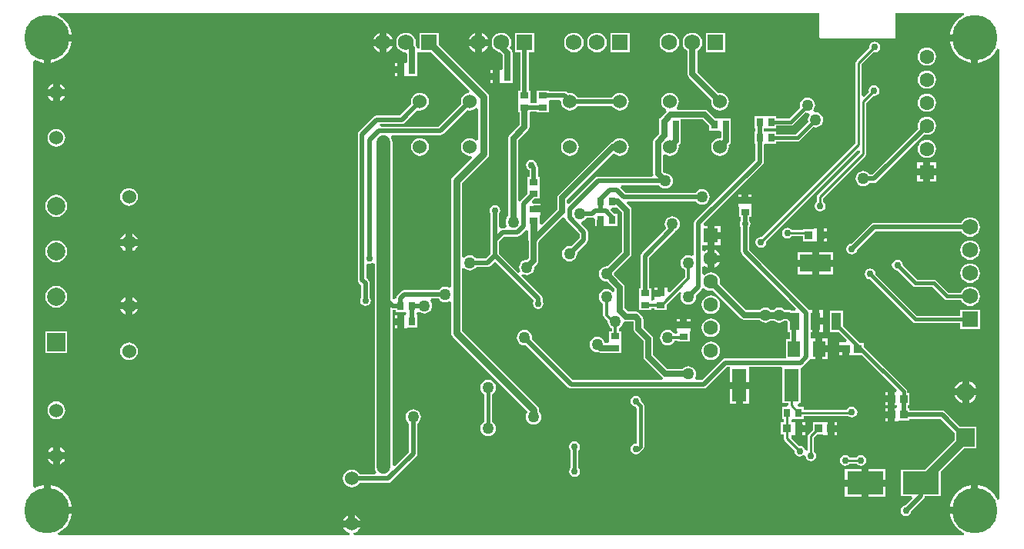
<source format=gbl>
G04 Layer_Physical_Order=2*
G04 Layer_Color=16711680*
%FSLAX24Y24*%
%MOIN*%
G70*
G01*
G75*
%ADD20R,0.0276X0.0374*%
%ADD21R,0.0374X0.0276*%
%ADD24R,0.0335X0.0374*%
%ADD33C,0.0200*%
%ADD34C,0.0120*%
%ADD35C,0.0100*%
%ADD36C,0.0300*%
%ADD39C,0.0150*%
%ADD40C,0.0600*%
%ADD41C,0.0250*%
%ADD42C,0.0098*%
%ADD43C,0.0400*%
%ADD45C,0.0787*%
%ADD46R,0.0787X0.0787*%
%ADD47C,0.0600*%
%ADD48C,0.0630*%
%ADD49R,0.0630X0.0630*%
%ADD50C,0.0680*%
%ADD51R,0.0680X0.0680*%
%ADD52R,0.0680X0.0680*%
%ADD53C,0.1969*%
%ADD54C,0.0300*%
%ADD55C,0.0500*%
%ADD56C,0.0400*%
%ADD57R,0.1575X0.0984*%
%ADD58R,0.0630X0.1398*%
%ADD59R,0.0551X0.0709*%
%ADD60R,0.0433X0.0768*%
%ADD61R,0.1339X0.0768*%
G36*
X41271Y23030D02*
X41239Y23016D01*
X41093Y22927D01*
X40963Y22816D01*
X40852Y22687D01*
X40763Y22541D01*
X40698Y22383D01*
X40658Y22217D01*
X40656Y22197D01*
X41732D01*
Y22047D01*
X41882D01*
Y20971D01*
X41902Y20973D01*
X42068Y21013D01*
X42226Y21078D01*
X42372Y21167D01*
X42501Y21278D01*
X42612Y21408D01*
X42701Y21553D01*
X42715Y21586D01*
X42815Y21566D01*
Y2056D01*
X42715Y2036D01*
X42701Y2069D01*
X42612Y2214D01*
X42501Y2344D01*
X42372Y2455D01*
X42226Y2544D01*
X42068Y2609D01*
X41902Y2649D01*
X41882Y2651D01*
Y1575D01*
X41732D01*
Y1425D01*
X40656D01*
X40658Y1405D01*
X40698Y1239D01*
X40763Y1081D01*
X40852Y936D01*
X40963Y806D01*
X41093Y695D01*
X41239Y606D01*
X41271Y592D01*
X41252Y492D01*
X14856D01*
X14850Y592D01*
X14868Y595D01*
X14966Y635D01*
X15049Y699D01*
X15113Y783D01*
X15135Y834D01*
X14764D01*
X14393D01*
X14414Y783D01*
X14478Y699D01*
X14562Y635D01*
X14659Y595D01*
X14678Y592D01*
X14671Y492D01*
X2056D01*
X2036Y592D01*
X2069Y606D01*
X2214Y695D01*
X2344Y806D01*
X2455Y936D01*
X2544Y1081D01*
X2609Y1239D01*
X2649Y1405D01*
X2651Y1425D01*
X1575D01*
Y1575D01*
X1425D01*
Y2651D01*
X1405Y2649D01*
X1239Y2609D01*
X1081Y2544D01*
X1072Y2538D01*
X984Y2587D01*
Y21035D01*
X1072Y21084D01*
X1081Y21078D01*
X1239Y21013D01*
X1405Y20973D01*
X1425Y20971D01*
Y22047D01*
X1575D01*
Y22197D01*
X2651D01*
X2649Y22217D01*
X2609Y22383D01*
X2544Y22541D01*
X2455Y22687D01*
X2344Y22816D01*
X2214Y22927D01*
X2069Y23016D01*
X2036Y23030D01*
X2056Y23130D01*
X34997D01*
Y22106D01*
X35003Y22075D01*
X35021Y22049D01*
X35048Y22031D01*
X35079Y22025D01*
X38228D01*
X38260Y22031D01*
X38286Y22049D01*
X38304Y22075D01*
X38310Y22106D01*
Y23130D01*
X41252D01*
X41271Y23030D01*
D02*
G37*
%LPC*%
G36*
X20394Y22264D02*
Y22000D01*
X20658D01*
X20628Y22072D01*
X20558Y22164D01*
X20466Y22235D01*
X20394Y22264D01*
D02*
G37*
G36*
X16260D02*
Y22000D01*
X16524D01*
X16495Y22072D01*
X16424Y22164D01*
X16332Y22235D01*
X16260Y22264D01*
D02*
G37*
G36*
X20094D02*
X20022Y22235D01*
X19930Y22164D01*
X19860Y22072D01*
X19830Y22000D01*
X20094D01*
Y22264D01*
D02*
G37*
G36*
X15960D02*
X15888Y22235D01*
X15796Y22164D01*
X15726Y22072D01*
X15696Y22000D01*
X15960D01*
Y22264D01*
D02*
G37*
G36*
X20658Y21700D02*
X20394D01*
Y21436D01*
X20466Y21466D01*
X20558Y21537D01*
X20628Y21629D01*
X20658Y21700D01*
D02*
G37*
G36*
X16524D02*
X16260D01*
Y21436D01*
X16332Y21466D01*
X16424Y21537D01*
X16495Y21629D01*
X16524Y21700D01*
D02*
G37*
G36*
X20094D02*
X19830D01*
X19860Y21629D01*
X19930Y21537D01*
X20022Y21466D01*
X20094Y21436D01*
Y21700D01*
D02*
G37*
G36*
X15960D02*
X15696D01*
X15726Y21629D01*
X15796Y21537D01*
X15888Y21466D01*
X15960Y21436D01*
Y21700D01*
D02*
G37*
G36*
X30932Y22270D02*
X30092D01*
Y21430D01*
X30932D01*
Y22270D01*
D02*
G37*
G36*
X26798D02*
X25958D01*
Y21430D01*
X26798D01*
Y22270D01*
D02*
G37*
G36*
X28512Y22274D02*
X28402Y22260D01*
X28300Y22217D01*
X28212Y22150D01*
X28145Y22062D01*
X28103Y21960D01*
X28088Y21850D01*
X28103Y21741D01*
X28145Y21639D01*
X28212Y21551D01*
X28300Y21484D01*
X28402Y21441D01*
X28512Y21427D01*
X28621Y21441D01*
X28724Y21484D01*
X28811Y21551D01*
X28879Y21639D01*
X28921Y21741D01*
X28935Y21850D01*
X28921Y21960D01*
X28879Y22062D01*
X28811Y22150D01*
X28724Y22217D01*
X28621Y22260D01*
X28512Y22274D01*
D02*
G37*
G36*
X25378D02*
X25268Y22260D01*
X25166Y22217D01*
X25078Y22150D01*
X25011Y22062D01*
X24969Y21960D01*
X24954Y21850D01*
X24969Y21741D01*
X25011Y21639D01*
X25078Y21551D01*
X25166Y21484D01*
X25268Y21441D01*
X25378Y21427D01*
X25488Y21441D01*
X25590Y21484D01*
X25677Y21551D01*
X25745Y21639D01*
X25787Y21741D01*
X25802Y21850D01*
X25787Y21960D01*
X25745Y22062D01*
X25677Y22150D01*
X25590Y22217D01*
X25488Y22260D01*
X25378Y22274D01*
D02*
G37*
G36*
X24378D02*
X24268Y22260D01*
X24166Y22217D01*
X24078Y22150D01*
X24011Y22062D01*
X23969Y21960D01*
X23954Y21850D01*
X23969Y21741D01*
X24011Y21639D01*
X24078Y21551D01*
X24166Y21484D01*
X24268Y21441D01*
X24378Y21427D01*
X24488Y21441D01*
X24590Y21484D01*
X24677Y21551D01*
X24745Y21639D01*
X24787Y21741D01*
X24802Y21850D01*
X24787Y21960D01*
X24745Y22062D01*
X24677Y22150D01*
X24590Y22217D01*
X24488Y22260D01*
X24378Y22274D01*
D02*
G37*
G36*
X37402Y21888D02*
X37312Y21870D01*
X37236Y21819D01*
X37185Y21743D01*
X37167Y21654D01*
X37175Y21614D01*
X36619Y21058D01*
X36590Y21015D01*
X36580Y20965D01*
Y17476D01*
X32520Y13416D01*
X32480Y13423D01*
X32391Y13406D01*
X32314Y13355D01*
X32264Y13279D01*
X32246Y13189D01*
X32264Y13099D01*
X32314Y13023D01*
X32391Y12972D01*
X32480Y12954D01*
X32570Y12972D01*
X32646Y13023D01*
X32697Y13099D01*
X32715Y13189D01*
X32707Y13228D01*
X36666Y17187D01*
X36761Y17150D01*
X36770Y17075D01*
X34946Y15251D01*
X34917Y15208D01*
X34907Y15157D01*
Y14952D01*
X34874Y14930D01*
X34823Y14854D01*
X34805Y14764D01*
X34823Y14674D01*
X34874Y14598D01*
X34950Y14547D01*
X35039Y14529D01*
X35129Y14547D01*
X35205Y14598D01*
X35256Y14674D01*
X35274Y14764D01*
X35256Y14854D01*
X35205Y14930D01*
X35172Y14952D01*
Y15103D01*
X37003Y16934D01*
X37032Y16977D01*
X37042Y17028D01*
Y19236D01*
X37343Y19537D01*
X37382Y19529D01*
X37472Y19547D01*
X37548Y19598D01*
X37599Y19674D01*
X37616Y19764D01*
X37599Y19854D01*
X37548Y19930D01*
X37472Y19980D01*
X37382Y19998D01*
X37292Y19980D01*
X37216Y19930D01*
X37165Y19854D01*
X37147Y19764D01*
X37155Y19725D01*
X36938Y19507D01*
X36845Y19545D01*
Y20910D01*
X37362Y21427D01*
X37402Y21419D01*
X37491Y21437D01*
X37567Y21488D01*
X37618Y21564D01*
X37636Y21654D01*
X37618Y21743D01*
X37567Y21819D01*
X37491Y21870D01*
X37402Y21888D01*
D02*
G37*
G36*
X41582Y21897D02*
X40656D01*
X40658Y21877D01*
X40698Y21711D01*
X40763Y21553D01*
X40852Y21408D01*
X40963Y21278D01*
X41093Y21167D01*
X41239Y21078D01*
X41396Y21013D01*
X41562Y20973D01*
X41582Y20971D01*
Y21897D01*
D02*
G37*
G36*
X2651D02*
X1725D01*
Y20971D01*
X1745Y20973D01*
X1911Y21013D01*
X2069Y21078D01*
X2214Y21167D01*
X2344Y21278D01*
X2455Y21408D01*
X2544Y21553D01*
X2609Y21711D01*
X2649Y21877D01*
X2651Y21897D01*
D02*
G37*
G36*
X39665Y21639D02*
X39562Y21625D01*
X39466Y21585D01*
X39384Y21522D01*
X39320Y21439D01*
X39281Y21343D01*
X39267Y21240D01*
X39281Y21137D01*
X39320Y21041D01*
X39384Y20958D01*
X39466Y20895D01*
X39562Y20855D01*
X39665Y20842D01*
X39768Y20855D01*
X39865Y20895D01*
X39947Y20958D01*
X40010Y21041D01*
X40050Y21137D01*
X40064Y21240D01*
X40050Y21343D01*
X40010Y21439D01*
X39947Y21522D01*
X39865Y21585D01*
X39768Y21625D01*
X39665Y21639D01*
D02*
G37*
G36*
X16720Y20956D02*
X16632D01*
Y20819D01*
X16720D01*
Y20956D01*
D02*
G37*
G36*
X20854Y20661D02*
X20766D01*
Y20524D01*
X20854D01*
Y20661D01*
D02*
G37*
G36*
X16720Y20519D02*
X16632D01*
Y20382D01*
X16720D01*
Y20519D01*
D02*
G37*
G36*
X20854Y20224D02*
X20766D01*
Y20087D01*
X20854D01*
Y20224D01*
D02*
G37*
G36*
X21244Y22274D02*
X21134Y22260D01*
X21032Y22217D01*
X20945Y22150D01*
X20877Y22062D01*
X20835Y21960D01*
X20821Y21850D01*
X20835Y21741D01*
X20877Y21639D01*
X20945Y21551D01*
X21032Y21484D01*
X21134Y21441D01*
X21183Y21435D01*
X21307Y21311D01*
Y20734D01*
X21242Y20661D01*
X21206Y20661D01*
X21154D01*
Y20374D01*
Y20087D01*
X21206D01*
X21242Y20087D01*
X21333Y20107D01*
X21734D01*
Y20641D01*
X21725D01*
Y21398D01*
X21725Y21398D01*
X21709Y21478D01*
X21664Y21545D01*
X21664Y21545D01*
X21593Y21616D01*
X21611Y21639D01*
X21653Y21741D01*
X21668Y21850D01*
X21653Y21960D01*
X21611Y22062D01*
X21544Y22150D01*
X21456Y22217D01*
X21354Y22260D01*
X21244Y22274D01*
D02*
G37*
G36*
X39665Y20639D02*
X39562Y20625D01*
X39466Y20585D01*
X39384Y20522D01*
X39320Y20439D01*
X39281Y20343D01*
X39267Y20240D01*
X39281Y20137D01*
X39320Y20041D01*
X39384Y19958D01*
X39466Y19895D01*
X39562Y19855D01*
X39665Y19842D01*
X39768Y19855D01*
X39865Y19895D01*
X39947Y19958D01*
X40010Y20041D01*
X40050Y20137D01*
X40064Y20240D01*
X40050Y20343D01*
X40010Y20439D01*
X39947Y20522D01*
X39865Y20585D01*
X39768Y20625D01*
X39665Y20639D01*
D02*
G37*
G36*
X2119Y20056D02*
Y19835D01*
X2339D01*
X2318Y19887D01*
X2254Y19970D01*
X2170Y20034D01*
X2119Y20056D01*
D02*
G37*
G36*
X1819Y20056D02*
X1767Y20034D01*
X1683Y19970D01*
X1619Y19887D01*
X1598Y19835D01*
X1819D01*
Y20056D01*
D02*
G37*
G36*
X2339Y19535D02*
X2119D01*
Y19314D01*
X2170Y19336D01*
X2254Y19400D01*
X2318Y19483D01*
X2339Y19535D01*
D02*
G37*
G36*
X1819D02*
X1598D01*
X1619Y19483D01*
X1683Y19400D01*
X1767Y19336D01*
X1819Y19314D01*
Y19535D01*
D02*
G37*
G36*
X29512Y22274D02*
X29402Y22260D01*
X29300Y22217D01*
X29212Y22150D01*
X29145Y22062D01*
X29103Y21960D01*
X29088Y21850D01*
X29103Y21741D01*
X29145Y21639D01*
X29212Y21551D01*
X29300Y21484D01*
X29303Y21482D01*
Y20488D01*
X29303Y20488D01*
X29319Y20408D01*
X29364Y20340D01*
X30336Y19369D01*
X30325Y19291D01*
X30338Y19192D01*
X30377Y19100D01*
X30438Y19020D01*
X30517Y18959D01*
X30609Y18921D01*
X30709Y18908D01*
X30808Y18921D01*
X30900Y18959D01*
X30980Y19020D01*
X31041Y19100D01*
X31079Y19192D01*
X31092Y19291D01*
X31079Y19391D01*
X31041Y19483D01*
X30980Y19562D01*
X30900Y19623D01*
X30808Y19662D01*
X30709Y19675D01*
X30631Y19664D01*
X29721Y20575D01*
Y21482D01*
X29724Y21484D01*
X29811Y21551D01*
X29879Y21639D01*
X29921Y21741D01*
X29935Y21850D01*
X29921Y21960D01*
X29879Y22062D01*
X29811Y22150D01*
X29724Y22217D01*
X29621Y22260D01*
X29512Y22274D01*
D02*
G37*
G36*
X17110D02*
X17001Y22260D01*
X16898Y22217D01*
X16811Y22150D01*
X16743Y22062D01*
X16701Y21960D01*
X16687Y21850D01*
X16701Y21741D01*
X16743Y21639D01*
X16811Y21551D01*
X16898Y21484D01*
X17001Y21441D01*
X17110Y21427D01*
X17173Y21372D01*
Y21029D01*
X17108Y20956D01*
X17072Y20956D01*
X17020D01*
Y20669D01*
Y20382D01*
X17072D01*
X17108Y20382D01*
X17200Y20402D01*
X17600D01*
Y20936D01*
X17591D01*
Y21429D01*
X17690Y21430D01*
X17691Y21430D01*
X18199D01*
X19857Y19772D01*
X19821Y19667D01*
X19783Y19662D01*
X19690Y19623D01*
X19611Y19562D01*
X19550Y19483D01*
X19512Y19391D01*
X19499Y19291D01*
X19512Y19192D01*
X19515Y19184D01*
X18534Y18203D01*
X16032D01*
X16031Y18204D01*
X15984Y18303D01*
X15999Y18320D01*
X16929D01*
X16999Y18334D01*
X17059Y18374D01*
X17609Y18924D01*
X17617Y18921D01*
X17717Y18908D01*
X17816Y18921D01*
X17908Y18959D01*
X17988Y19020D01*
X18048Y19100D01*
X18087Y19192D01*
X18100Y19291D01*
X18087Y19391D01*
X18048Y19483D01*
X17988Y19562D01*
X17908Y19623D01*
X17816Y19662D01*
X17717Y19675D01*
X17617Y19662D01*
X17525Y19623D01*
X17446Y19562D01*
X17385Y19483D01*
X17346Y19391D01*
X17333Y19291D01*
X17346Y19192D01*
X17350Y19184D01*
X16853Y18687D01*
X15846D01*
X15776Y18673D01*
X15717Y18634D01*
X15071Y17988D01*
X15032Y17929D01*
X15018Y17859D01*
Y11570D01*
X15032Y11500D01*
X15071Y11441D01*
X15171Y11341D01*
Y10799D01*
X15138Y10749D01*
X15120Y10659D01*
X15138Y10570D01*
X15189Y10494D01*
X15265Y10443D01*
X15354Y10425D01*
X15444Y10443D01*
X15520Y10494D01*
X15571Y10570D01*
X15589Y10659D01*
X15571Y10749D01*
X15538Y10799D01*
Y11417D01*
X15524Y11488D01*
X15484Y11547D01*
X15385Y11646D01*
Y12214D01*
X15411Y12238D01*
X15485Y12279D01*
X15551Y12265D01*
X15641Y12283D01*
X15658Y12295D01*
X15758Y12242D01*
Y10827D01*
Y5315D01*
Y4331D01*
Y3445D01*
X15772Y3346D01*
X15810Y3253D01*
X15829Y3228D01*
X15780Y3128D01*
X15102D01*
X15096Y3144D01*
X15035Y3224D01*
X14955Y3285D01*
X14863Y3323D01*
X14764Y3336D01*
X14665Y3323D01*
X14572Y3285D01*
X14493Y3224D01*
X14432Y3144D01*
X14394Y3052D01*
X14381Y2953D01*
X14394Y2854D01*
X14432Y2761D01*
X14493Y2682D01*
X14572Y2621D01*
X14665Y2583D01*
X14764Y2569D01*
X14863Y2583D01*
X14955Y2621D01*
X15035Y2682D01*
X15096Y2761D01*
X15096Y2761D01*
X16349D01*
X16419Y2775D01*
X16479Y2815D01*
X17551Y3888D01*
X17591Y3947D01*
X17605Y4017D01*
Y5335D01*
X17657Y5375D01*
X17710Y5444D01*
X17743Y5524D01*
X17754Y5610D01*
X17743Y5696D01*
X17710Y5777D01*
X17657Y5846D01*
X17588Y5898D01*
X17507Y5932D01*
X17421Y5943D01*
X17335Y5932D01*
X17255Y5898D01*
X17186Y5846D01*
X17133Y5777D01*
X17100Y5696D01*
X17088Y5610D01*
X17100Y5524D01*
X17133Y5444D01*
X17186Y5375D01*
X17238Y5335D01*
Y4093D01*
X16625Y3481D01*
X16525Y3522D01*
Y4331D01*
Y5315D01*
Y10241D01*
X16535Y10250D01*
X16652D01*
Y10166D01*
X17088D01*
Y10166D01*
X17098D01*
X17129Y10140D01*
X17110Y10040D01*
X17102Y10031D01*
X17072Y10031D01*
X17020D01*
Y9744D01*
Y9457D01*
X17072D01*
X17108Y9457D01*
X17200Y9477D01*
X17600D01*
Y10011D01*
X17600D01*
X17579Y10111D01*
X17600Y10166D01*
X17700Y10181D01*
X17747Y10145D01*
X17827Y10112D01*
X17913Y10100D01*
X18000Y10112D01*
X18080Y10145D01*
X18149Y10198D01*
X18202Y10267D01*
X18235Y10347D01*
X18246Y10433D01*
X18235Y10519D01*
X18202Y10599D01*
X18169Y10642D01*
X18202Y10729D01*
X18213Y10742D01*
X18524D01*
X18564Y10690D01*
X18633Y10637D01*
X18713Y10604D01*
X18799Y10592D01*
X18885Y10604D01*
X18957Y10633D01*
X18992Y10621D01*
X19057Y10581D01*
Y9268D01*
X19075Y9178D01*
X19126Y9102D01*
X22393Y5834D01*
X22350Y5777D01*
X22316Y5696D01*
X22305Y5610D01*
X22316Y5524D01*
X22350Y5444D01*
X22402Y5375D01*
X22471Y5322D01*
X22552Y5289D01*
X22638Y5277D01*
X22724Y5289D01*
X22804Y5322D01*
X22873Y5375D01*
X22926Y5444D01*
X22959Y5524D01*
X22971Y5610D01*
X22959Y5696D01*
X22926Y5777D01*
X22873Y5846D01*
X22872Y5846D01*
Y5921D01*
X22854Y6011D01*
X22804Y6087D01*
X22804Y6087D01*
X19526Y9365D01*
Y12061D01*
X19626Y12095D01*
X19646Y12068D01*
X19715Y12015D01*
X19796Y11982D01*
X19882Y11970D01*
X19968Y11982D01*
X20048Y12015D01*
X20117Y12068D01*
X20157Y12120D01*
X20639D01*
X20709Y12134D01*
X20768Y12173D01*
X20965Y12369D01*
X22651Y10683D01*
Y10671D01*
X22618Y10621D01*
X22600Y10532D01*
X22618Y10442D01*
X22669Y10366D01*
X22745Y10315D01*
X22835Y10297D01*
X22924Y10315D01*
X23000Y10366D01*
X23051Y10442D01*
X23069Y10532D01*
X23051Y10621D01*
X23018Y10671D01*
Y10759D01*
X23004Y10829D01*
X22964Y10889D01*
X22112Y11741D01*
X22176Y11818D01*
X22256Y11785D01*
X22343Y11773D01*
X22429Y11785D01*
X22509Y11818D01*
X22578Y11871D01*
X22631Y11940D01*
X22664Y12020D01*
X22675Y12106D01*
X22671Y12139D01*
X22786Y12254D01*
X22831Y12322D01*
X22847Y12402D01*
X22847Y12402D01*
Y13200D01*
X22854Y13211D01*
X22857Y13224D01*
X23912Y14279D01*
X23920Y14279D01*
X23978Y14256D01*
X24014Y14232D01*
X24026Y14173D01*
X24066Y14113D01*
X24620Y13559D01*
Y13380D01*
X24260Y13021D01*
X24196Y13030D01*
X24110Y13018D01*
X24029Y12985D01*
X23960Y12932D01*
X23907Y12863D01*
X23874Y12783D01*
X23863Y12697D01*
X23874Y12611D01*
X23907Y12530D01*
X23960Y12461D01*
X24029Y12409D01*
X24110Y12375D01*
X24196Y12364D01*
X24282Y12375D01*
X24362Y12409D01*
X24431Y12461D01*
X24484Y12530D01*
X24517Y12611D01*
X24529Y12697D01*
X24520Y12762D01*
X24933Y13175D01*
X24973Y13234D01*
X24987Y13304D01*
Y13635D01*
X24973Y13705D01*
X24933Y13765D01*
X24696Y14002D01*
X24732Y14108D01*
X24732Y14108D01*
X24812Y14141D01*
X24881Y14194D01*
X24921Y14246D01*
X25180D01*
X25194Y14248D01*
X25287Y14188D01*
X25294Y14178D01*
Y13886D01*
X25382D01*
Y14173D01*
X25682D01*
Y13886D01*
X25769D01*
X25769Y13886D01*
X25769Y13886D01*
X25861Y13906D01*
X26261D01*
Y14440D01*
X26132D01*
X25978Y14594D01*
X26020Y14694D01*
X26251D01*
X26464Y14480D01*
Y12783D01*
X25820Y12140D01*
X25787Y12144D01*
X25701Y12133D01*
X25621Y12099D01*
X25552Y12046D01*
X25499Y11977D01*
X25466Y11897D01*
X25455Y11811D01*
X25466Y11725D01*
X25499Y11645D01*
X25552Y11576D01*
X25621Y11523D01*
X25701Y11490D01*
X25787Y11478D01*
X25820Y11483D01*
X26150Y11152D01*
X26141Y11056D01*
X26051Y11026D01*
X26023Y11062D01*
X25954Y11115D01*
X25874Y11148D01*
X25787Y11160D01*
X25701Y11148D01*
X25621Y11115D01*
X25552Y11062D01*
X25499Y10993D01*
X25466Y10913D01*
X25455Y10827D01*
X25466Y10741D01*
X25499Y10660D01*
X25552Y10591D01*
X25621Y10539D01*
X25645Y10529D01*
Y10039D01*
X25645Y10039D01*
X25656Y9985D01*
X25686Y9938D01*
X25852Y9773D01*
X25848Y9744D01*
X25860Y9658D01*
X25893Y9578D01*
X25946Y9509D01*
X26015Y9456D01*
X26038Y9446D01*
Y9332D01*
X25914D01*
Y8920D01*
X25914Y8896D01*
X25878Y8811D01*
X25720D01*
X25715Y8846D01*
X25682Y8926D01*
X25629Y8995D01*
X25560Y9048D01*
X25480Y9081D01*
X25394Y9093D01*
X25308Y9081D01*
X25227Y9048D01*
X25158Y8995D01*
X25105Y8926D01*
X25072Y8846D01*
X25061Y8760D01*
X25072Y8674D01*
X25105Y8593D01*
X25158Y8524D01*
X25227Y8472D01*
X25308Y8438D01*
X25394Y8427D01*
X25436Y8433D01*
X25471Y8409D01*
X25551Y8393D01*
X25914D01*
Y8385D01*
X26448D01*
Y8796D01*
X26448Y8820D01*
Y8896D01*
X26448Y8920D01*
Y9332D01*
X26324D01*
Y9446D01*
X26348Y9456D01*
X26416Y9509D01*
X26469Y9578D01*
X26503Y9658D01*
X26507Y9691D01*
X26510Y9697D01*
X26598Y9761D01*
X26612Y9764D01*
X26632Y9760D01*
X26965D01*
X26975Y9751D01*
Y9417D01*
X26975Y9417D01*
X26991Y9337D01*
X27036Y9270D01*
X27390Y8915D01*
Y8227D01*
X27390Y8227D01*
X27406Y8147D01*
X27452Y8080D01*
X28199Y7333D01*
X28199Y7333D01*
X28227Y7314D01*
X28226Y7278D01*
X28196Y7214D01*
X24345D01*
X22568Y8990D01*
X22577Y9055D01*
X22566Y9141D01*
X22532Y9222D01*
X22479Y9290D01*
X22411Y9343D01*
X22330Y9377D01*
X22244Y9388D01*
X22158Y9377D01*
X22078Y9343D01*
X22009Y9290D01*
X21956Y9222D01*
X21923Y9141D01*
X21911Y9055D01*
X21923Y8969D01*
X21956Y8889D01*
X22009Y8820D01*
X22078Y8767D01*
X22158Y8734D01*
X22244Y8722D01*
X22309Y8731D01*
X24139Y6901D01*
X24199Y6861D01*
X24269Y6847D01*
X29996D01*
X30066Y6861D01*
X30125Y6901D01*
X31014Y7789D01*
X31031D01*
X31130Y7787D01*
X31130Y7689D01*
Y7138D01*
X31545D01*
X31960D01*
Y7689D01*
X31960Y7787D01*
X32059Y7789D01*
X33323D01*
X33414Y7767D01*
X33414Y7689D01*
Y6209D01*
X33663D01*
X33668Y6165D01*
X33589Y6074D01*
X33385D01*
Y5540D01*
X33470D01*
Y5385D01*
X33345D01*
Y4851D01*
X33460D01*
Y4695D01*
X33470Y4644D01*
X33499Y4601D01*
X33927Y4173D01*
X33919Y4134D01*
X33937Y4044D01*
X33988Y3968D01*
X34064Y3917D01*
X34154Y3899D01*
X34243Y3917D01*
X34315Y3965D01*
X34372Y3950D01*
X34373Y3950D01*
X34413Y3928D01*
X34429Y3847D01*
X34480Y3771D01*
X34556Y3720D01*
X34646Y3702D01*
X34735Y3720D01*
X34811Y3771D01*
X34862Y3847D01*
X34880Y3937D01*
X34862Y4027D01*
X34811Y4103D01*
X34778Y4125D01*
Y4738D01*
X34891Y4851D01*
X35143D01*
X35235Y4831D01*
X35310Y4831D01*
X35352D01*
Y5118D01*
Y5405D01*
X35310D01*
X35235Y5405D01*
X35143Y5385D01*
X34723D01*
Y5058D01*
X34552Y4887D01*
X34523Y4844D01*
X34513Y4793D01*
Y4200D01*
X34483Y4172D01*
X34389Y4197D01*
X34372Y4215D01*
X34370Y4224D01*
X34319Y4300D01*
X34243Y4351D01*
X34154Y4368D01*
X34114Y4361D01*
X33787Y4688D01*
X33798Y4818D01*
X33825Y4838D01*
X33857Y4831D01*
X33932Y4831D01*
X33974D01*
Y5118D01*
Y5405D01*
X33932D01*
X33857Y5405D01*
X33835Y5400D01*
X33803Y5425D01*
X33818Y5539D01*
X33820Y5540D01*
X33896D01*
Y5540D01*
X33920Y5540D01*
X34332D01*
Y5675D01*
X36242D01*
X36251Y5661D01*
X36328Y5611D01*
X36417Y5593D01*
X36507Y5611D01*
X36583Y5661D01*
X36634Y5737D01*
X36652Y5827D01*
X36634Y5917D01*
X36583Y5993D01*
X36507Y6044D01*
X36417Y6062D01*
X36328Y6044D01*
X36251Y5993D01*
X36215Y5939D01*
X34332D01*
Y6074D01*
X34092D01*
X34067Y6109D01*
X34118Y6209D01*
X34204D01*
X34204Y7718D01*
X34242Y7774D01*
X34272Y7803D01*
X34285Y7812D01*
X34331Y7843D01*
X34539Y8050D01*
X34615Y8109D01*
X34840D01*
Y8563D01*
Y9017D01*
X34632D01*
Y9280D01*
X34693D01*
Y9764D01*
Y10248D01*
X34589D01*
X34576Y10268D01*
X31975Y12869D01*
Y13837D01*
X32008Y13887D01*
X32026Y13976D01*
X32008Y14066D01*
X31975Y14116D01*
Y14290D01*
X32058D01*
Y14690D01*
X32078Y14782D01*
X32078Y14817D01*
Y14870D01*
X31791D01*
X31504D01*
Y14817D01*
X31504Y14782D01*
X31524Y14690D01*
Y14290D01*
X31608D01*
Y14116D01*
X31575Y14066D01*
X31557Y13976D01*
X31575Y13887D01*
X31608Y13837D01*
Y12793D01*
X31622Y12722D01*
X31662Y12663D01*
X34004Y10320D01*
X33966Y10228D01*
X33794D01*
X33751Y10256D01*
X33661Y10274D01*
X33504D01*
X33503Y10275D01*
X33434Y10328D01*
X33354Y10361D01*
X33268Y10372D01*
X33182Y10361D01*
X33101Y10328D01*
X33032Y10275D01*
X33032Y10274D01*
X32913D01*
X32913Y10275D01*
X32844Y10328D01*
X32763Y10361D01*
X32677Y10372D01*
X32591Y10361D01*
X32511Y10328D01*
X32442Y10275D01*
X32422Y10248D01*
X31846D01*
X30701Y11393D01*
X30713Y11484D01*
X30700Y11587D01*
X30660Y11683D01*
X30597Y11766D01*
X30514Y11829D01*
X30418Y11869D01*
X30315Y11883D01*
X30212Y11869D01*
X30116Y11829D01*
X30044Y11774D01*
X29999Y11784D01*
X29944Y11814D01*
Y12125D01*
X29961Y12139D01*
X30044Y12169D01*
X30106Y12122D01*
X30165Y12097D01*
Y12484D01*
Y12871D01*
X30106Y12847D01*
X30044Y12800D01*
X29961Y12830D01*
X29944Y12844D01*
Y13069D01*
X30165D01*
Y13484D01*
Y13899D01*
X30048D01*
X30007Y13999D01*
X32551Y16543D01*
X32591Y16603D01*
X32605Y16673D01*
Y17415D01*
X32639Y17450D01*
X32715D01*
X32739Y17450D01*
X33151D01*
Y17558D01*
X34055D01*
X34116Y17571D01*
X34167Y17605D01*
X34748Y18186D01*
X34756Y18182D01*
X34843Y18171D01*
X34929Y18182D01*
X35009Y18216D01*
X35078Y18269D01*
X35131Y18338D01*
X35164Y18418D01*
X35175Y18504D01*
X35164Y18590D01*
X35131Y18670D01*
X35078Y18739D01*
X35009Y18792D01*
X34929Y18825D01*
X34843Y18837D01*
X34791Y18830D01*
X34788Y18833D01*
X34744Y18925D01*
X34776Y18967D01*
X34810Y19048D01*
X34821Y19134D01*
X34810Y19220D01*
X34776Y19300D01*
X34724Y19369D01*
X34655Y19422D01*
X34574Y19455D01*
X34488Y19467D01*
X34402Y19455D01*
X34322Y19422D01*
X34253Y19369D01*
X34200Y19300D01*
X34167Y19220D01*
X34155Y19134D01*
X34167Y19048D01*
X34170Y19039D01*
X33694Y18564D01*
X33151D01*
Y18673D01*
X32739D01*
X32715Y18673D01*
X32639D01*
X32615Y18673D01*
X32203D01*
Y18139D01*
X32238D01*
Y17984D01*
X32203D01*
Y17450D01*
X32238D01*
Y16749D01*
X29631Y14142D01*
X29591Y14083D01*
X29577Y14013D01*
Y12656D01*
X29541Y12627D01*
X29477Y12600D01*
X29417Y12625D01*
X29331Y12636D01*
X29245Y12625D01*
X29164Y12591D01*
X29095Y12539D01*
X29042Y12470D01*
X29009Y12389D01*
X28998Y12303D01*
X29009Y12217D01*
X29042Y12137D01*
X29095Y12068D01*
X29164Y12015D01*
X29188Y12005D01*
Y11673D01*
X29131Y11617D01*
X29131Y11617D01*
X29131Y11617D01*
X28529Y11014D01*
X28437Y11053D01*
Y11222D01*
X28300D01*
Y10984D01*
X28150D01*
Y10834D01*
X27863D01*
Y10746D01*
X27863Y10746D01*
X27863Y10746D01*
X27871Y10709D01*
X27863Y10692D01*
X27742Y10672D01*
X27728Y10686D01*
Y10766D01*
X27728Y10790D01*
Y11202D01*
X27644D01*
Y12532D01*
X28772Y13660D01*
X28784Y13678D01*
X28808Y13688D01*
X28877Y13741D01*
X28930Y13810D01*
X28963Y13890D01*
X28975Y13976D01*
X28963Y14063D01*
X28930Y14143D01*
X28877Y14212D01*
X28808Y14265D01*
X28728Y14298D01*
X28642Y14309D01*
X28556Y14298D01*
X28475Y14265D01*
X28406Y14212D01*
X28353Y14143D01*
X28320Y14063D01*
X28309Y13976D01*
X28320Y13890D01*
X28353Y13810D01*
X28375Y13782D01*
X27331Y12738D01*
X27291Y12679D01*
X27277Y12608D01*
Y11202D01*
X27194D01*
Y10790D01*
X27194Y10766D01*
Y10690D01*
X27194Y10666D01*
Y10255D01*
X27728D01*
Y10330D01*
X27883D01*
Y10255D01*
X28417D01*
Y10498D01*
X28960Y11041D01*
X29042Y10993D01*
X29009Y10913D01*
X28998Y10827D01*
X29009Y10741D01*
X29042Y10660D01*
X29095Y10591D01*
X29164Y10539D01*
X29245Y10505D01*
X29331Y10494D01*
X29417Y10505D01*
X29497Y10539D01*
X29566Y10591D01*
X29619Y10660D01*
X29652Y10741D01*
X29664Y10827D01*
X29655Y10892D01*
X29890Y11127D01*
X29925Y11179D01*
X29949Y11192D01*
X29974Y11200D01*
X30033Y11203D01*
X30116Y11139D01*
X30212Y11099D01*
X30315Y11086D01*
X30406Y11098D01*
X31612Y9892D01*
X31612Y9892D01*
X31680Y9846D01*
X31760Y9830D01*
X31760Y9830D01*
X32422D01*
X32442Y9804D01*
X32511Y9751D01*
X32591Y9718D01*
X32677Y9707D01*
X32763Y9718D01*
X32844Y9751D01*
X32913Y9804D01*
X32913Y9805D01*
X33032D01*
X33032Y9804D01*
X33101Y9751D01*
X33182Y9718D01*
X33268Y9707D01*
X33354Y9718D01*
X33434Y9751D01*
X33503Y9804D01*
X33592Y9777D01*
X33640Y9729D01*
Y9300D01*
X33724D01*
Y8997D01*
X33552D01*
Y8156D01*
X30938D01*
X30867Y8142D01*
X30808Y8102D01*
X29919Y7214D01*
X29668D01*
X29619Y7314D01*
X29619Y7314D01*
X29652Y7394D01*
X29664Y7480D01*
X29652Y7566D01*
X29619Y7647D01*
X29566Y7716D01*
X29497Y7769D01*
X29417Y7802D01*
X29331Y7813D01*
X29245Y7802D01*
X29164Y7769D01*
X29095Y7716D01*
X29075Y7689D01*
X28433D01*
X27808Y8314D01*
Y9002D01*
X27793Y9082D01*
X27747Y9149D01*
X27393Y9504D01*
Y9837D01*
X27377Y9917D01*
X27331Y9985D01*
X27200Y10117D01*
X27132Y10162D01*
X27052Y10178D01*
X27052Y10178D01*
X26719D01*
X26569Y10328D01*
Y11239D01*
X26553Y11319D01*
X26507Y11387D01*
X26507Y11387D01*
X26116Y11778D01*
X26120Y11811D01*
X26116Y11844D01*
X26821Y12549D01*
X26866Y12617D01*
X26882Y12697D01*
Y14567D01*
X26882Y14567D01*
X26866Y14647D01*
X26821Y14715D01*
X26654Y14882D01*
X26692Y14974D01*
X29646D01*
X29686Y14922D01*
X29755Y14869D01*
X29835Y14836D01*
X29921Y14825D01*
X30007Y14836D01*
X30088Y14869D01*
X30157Y14922D01*
X30210Y14991D01*
X30243Y15071D01*
X30254Y15157D01*
X30243Y15244D01*
X30210Y15324D01*
X30157Y15393D01*
X30088Y15446D01*
X30007Y15479D01*
X29921Y15490D01*
X29835Y15479D01*
X29755Y15446D01*
X29686Y15393D01*
X29646Y15341D01*
X26618D01*
X26396Y15563D01*
X26418Y15640D01*
X26434Y15663D01*
X28071D01*
X28111Y15611D01*
X28180Y15558D01*
X28260Y15525D01*
X28346Y15514D01*
X28433Y15525D01*
X28513Y15558D01*
X28582Y15611D01*
X28635Y15680D01*
X28668Y15760D01*
X28679Y15846D01*
X28668Y15933D01*
X28635Y16013D01*
X28582Y16082D01*
X28513Y16135D01*
X28433Y16168D01*
X28346Y16179D01*
X28314Y16175D01*
X28227Y16261D01*
Y16960D01*
X28327Y17010D01*
X28352Y16991D01*
X28444Y16953D01*
X28543Y16940D01*
X28643Y16953D01*
X28735Y16991D01*
X28814Y17052D01*
X28875Y17131D01*
X28914Y17224D01*
X28927Y17323D01*
X28916Y17400D01*
X28947Y17431D01*
X28947Y17431D01*
X28992Y17499D01*
X29008Y17579D01*
X29008Y17579D01*
Y18040D01*
X29017D01*
Y18510D01*
X29954D01*
X30235Y18229D01*
Y18040D01*
X30647D01*
X30671Y18040D01*
X30756Y18004D01*
Y17747D01*
X30709Y17706D01*
X30609Y17693D01*
X30517Y17655D01*
X30438Y17594D01*
X30377Y17514D01*
X30338Y17422D01*
X30325Y17323D01*
X30338Y17224D01*
X30377Y17131D01*
X30438Y17052D01*
X30517Y16991D01*
X30609Y16953D01*
X30709Y16940D01*
X30808Y16953D01*
X30900Y16991D01*
X30980Y17052D01*
X31041Y17131D01*
X31079Y17224D01*
X31092Y17323D01*
X31082Y17400D01*
X31112Y17431D01*
X31112Y17431D01*
X31158Y17499D01*
X31174Y17579D01*
X31174Y17579D01*
Y18040D01*
X31182D01*
Y18574D01*
X30771D01*
X30747Y18574D01*
X30671D01*
X30647Y18574D01*
X30481D01*
X30189Y18867D01*
X30121Y18912D01*
X30041Y18928D01*
X30041Y18928D01*
X28858D01*
X28827Y18994D01*
X28820Y19028D01*
X28875Y19100D01*
X28914Y19192D01*
X28927Y19291D01*
X28914Y19391D01*
X28875Y19483D01*
X28814Y19562D01*
X28735Y19623D01*
X28643Y19662D01*
X28543Y19675D01*
X28444Y19662D01*
X28352Y19623D01*
X28272Y19562D01*
X28211Y19483D01*
X28173Y19391D01*
X28160Y19291D01*
X28173Y19192D01*
X28211Y19100D01*
X28272Y19020D01*
X28352Y18959D01*
X28368Y18952D01*
X28378Y18936D01*
X28389Y18836D01*
X28140Y18586D01*
X28132Y18574D01*
X28070D01*
Y18040D01*
X28078D01*
Y17896D01*
X27871Y17688D01*
X27825Y17620D01*
X27809Y17540D01*
X27809Y17540D01*
Y16175D01*
X27809Y16175D01*
X27818Y16130D01*
X27757Y16030D01*
X25427D01*
X25356Y16016D01*
X25297Y15976D01*
X24172Y14851D01*
X24080Y14890D01*
Y15024D01*
X26107Y17052D01*
X26186Y16991D01*
X26279Y16953D01*
X26378Y16940D01*
X26477Y16953D01*
X26570Y16991D01*
X26649Y17052D01*
X26710Y17131D01*
X26748Y17224D01*
X26761Y17323D01*
X26748Y17422D01*
X26710Y17514D01*
X26649Y17594D01*
X26570Y17655D01*
X26477Y17693D01*
X26378Y17706D01*
X26279Y17693D01*
X26186Y17655D01*
X26107Y17594D01*
X26055Y17526D01*
X26003Y17516D01*
X25935Y17471D01*
X23723Y15259D01*
X23678Y15191D01*
X23662Y15111D01*
X23662Y15111D01*
Y14615D01*
X23645Y14604D01*
X23005Y13963D01*
X22905Y14005D01*
Y14296D01*
X22925Y14388D01*
X22925Y14388D01*
X22925Y14388D01*
Y14476D01*
X22638D01*
Y14776D01*
X22925D01*
Y14864D01*
X22596D01*
X22558Y14956D01*
X22680Y15077D01*
X22905D01*
Y15489D01*
X22905Y15513D01*
Y15589D01*
X22905Y15613D01*
Y16025D01*
X22821D01*
Y16437D01*
X22807Y16507D01*
X22768Y16567D01*
X22756Y16625D01*
X22705Y16701D01*
X22629Y16752D01*
X22539Y16770D01*
X22450Y16752D01*
X22374Y16701D01*
X22323Y16625D01*
X22305Y16535D01*
X22323Y16446D01*
X22374Y16370D01*
X22450Y16319D01*
X22454Y16318D01*
Y16025D01*
X22371D01*
Y15613D01*
X22371Y15589D01*
Y15513D01*
X22371Y15489D01*
Y15288D01*
X22072Y14989D01*
X22061Y14972D01*
X21961Y15003D01*
Y17613D01*
X22392Y18044D01*
X22437Y18111D01*
X22453Y18191D01*
X22453Y18191D01*
Y18818D01*
X22511D01*
Y18852D01*
X22764D01*
Y18818D01*
X23298D01*
Y19229D01*
X23299Y19253D01*
Y19329D01*
X23333Y19364D01*
X23766D01*
X23829Y19291D01*
X23842Y19192D01*
X23881Y19100D01*
X23942Y19020D01*
X24021Y18959D01*
X24113Y18921D01*
X24213Y18908D01*
X24312Y18921D01*
X24404Y18959D01*
X24484Y19020D01*
X24545Y19100D01*
X24548Y19108D01*
X26043D01*
X26046Y19100D01*
X26107Y19020D01*
X26186Y18959D01*
X26279Y18921D01*
X26378Y18908D01*
X26477Y18921D01*
X26570Y18959D01*
X26649Y19020D01*
X26710Y19100D01*
X26748Y19192D01*
X26761Y19291D01*
X26748Y19391D01*
X26710Y19483D01*
X26649Y19562D01*
X26570Y19623D01*
X26477Y19662D01*
X26378Y19675D01*
X26279Y19662D01*
X26186Y19623D01*
X26107Y19562D01*
X26046Y19483D01*
X26043Y19475D01*
X24548D01*
X24545Y19483D01*
X24484Y19562D01*
X24404Y19623D01*
X24312Y19662D01*
X24213Y19675D01*
X24113Y19662D01*
X24105Y19658D01*
X24086Y19677D01*
X24027Y19717D01*
X23957Y19731D01*
X23298D01*
Y19765D01*
X22764D01*
Y19353D01*
X22764Y19329D01*
Y19253D01*
X22730Y19219D01*
X22545D01*
X22511Y19253D01*
Y19329D01*
X22511Y19353D01*
Y19765D01*
X22428D01*
Y21430D01*
X22664D01*
Y22270D01*
X21824D01*
Y21430D01*
X22061D01*
Y19765D01*
X21977D01*
Y19353D01*
X21977Y19329D01*
Y19253D01*
X21977Y19229D01*
Y18818D01*
X22035D01*
Y18278D01*
X21604Y17847D01*
X21559Y17779D01*
X21543Y17699D01*
X21543Y17699D01*
Y14330D01*
X21517Y14310D01*
X21464Y14241D01*
X21430Y14161D01*
X21419Y14075D01*
X21430Y13989D01*
X21464Y13908D01*
X21464Y13908D01*
X21414Y13808D01*
X21302D01*
X21248Y13798D01*
X21242Y13797D01*
X21196Y13822D01*
X21148Y13859D01*
Y14428D01*
X21181Y14477D01*
X21199Y14567D01*
X21181Y14657D01*
X21130Y14733D01*
X21054Y14784D01*
X20965Y14801D01*
X20875Y14784D01*
X20799Y14733D01*
X20748Y14657D01*
X20730Y14567D01*
X20748Y14477D01*
X20781Y14428D01*
Y13287D01*
Y12705D01*
X20563Y12487D01*
X20157D01*
X20117Y12538D01*
X20048Y12591D01*
X19968Y12625D01*
X19882Y12636D01*
X19796Y12625D01*
X19715Y12591D01*
X19646Y12538D01*
X19626Y12512D01*
X19526Y12546D01*
Y15749D01*
X20638Y16862D01*
X20638Y16862D01*
X20689Y16938D01*
X20707Y17028D01*
Y19488D01*
X20689Y19578D01*
X20638Y19654D01*
X18530Y21762D01*
Y22270D01*
X17690D01*
Y21580D01*
X17591Y21579D01*
X17575Y21659D01*
X17530Y21727D01*
X17530Y21727D01*
X17518Y21738D01*
X17519Y21741D01*
X17534Y21850D01*
X17519Y21960D01*
X17477Y22062D01*
X17410Y22150D01*
X17322Y22217D01*
X17220Y22260D01*
X17110Y22274D01*
D02*
G37*
G36*
X39665Y19639D02*
X39562Y19625D01*
X39466Y19585D01*
X39384Y19522D01*
X39320Y19439D01*
X39281Y19343D01*
X39267Y19240D01*
X39281Y19137D01*
X39320Y19041D01*
X39384Y18958D01*
X39466Y18895D01*
X39562Y18855D01*
X39665Y18842D01*
X39768Y18855D01*
X39865Y18895D01*
X39947Y18958D01*
X40010Y19041D01*
X40050Y19137D01*
X40064Y19240D01*
X40050Y19343D01*
X40010Y19439D01*
X39947Y19522D01*
X39865Y19585D01*
X39768Y19625D01*
X39665Y19639D01*
D02*
G37*
G36*
Y18639D02*
X39562Y18625D01*
X39466Y18585D01*
X39384Y18522D01*
X39320Y18439D01*
X39281Y18343D01*
X39267Y18240D01*
X39281Y18137D01*
X39287Y18121D01*
X37294Y16128D01*
X37185D01*
X37145Y16180D01*
X37076Y16233D01*
X36996Y16266D01*
X36909Y16278D01*
X36823Y16266D01*
X36743Y16233D01*
X36674Y16180D01*
X36621Y16111D01*
X36588Y16031D01*
X36577Y15945D01*
X36588Y15859D01*
X36621Y15778D01*
X36674Y15710D01*
X36743Y15657D01*
X36823Y15623D01*
X36909Y15612D01*
X36996Y15623D01*
X37076Y15657D01*
X37145Y15710D01*
X37185Y15761D01*
X37370D01*
X37440Y15775D01*
X37500Y15815D01*
X39547Y17862D01*
X39562Y17855D01*
X39665Y17842D01*
X39768Y17855D01*
X39865Y17895D01*
X39947Y17958D01*
X40010Y18041D01*
X40050Y18137D01*
X40064Y18240D01*
X40050Y18343D01*
X40010Y18439D01*
X39947Y18522D01*
X39865Y18585D01*
X39768Y18625D01*
X39665Y18639D01*
D02*
G37*
G36*
X1969Y18100D02*
X1869Y18087D01*
X1777Y18048D01*
X1697Y17988D01*
X1637Y17908D01*
X1598Y17816D01*
X1585Y17717D01*
X1598Y17617D01*
X1637Y17525D01*
X1697Y17446D01*
X1777Y17385D01*
X1869Y17346D01*
X1969Y17333D01*
X2068Y17346D01*
X2160Y17385D01*
X2240Y17446D01*
X2300Y17525D01*
X2339Y17617D01*
X2352Y17717D01*
X2339Y17816D01*
X2300Y17908D01*
X2240Y17988D01*
X2160Y18048D01*
X2068Y18087D01*
X1969Y18100D01*
D02*
G37*
G36*
X24213Y17706D02*
X24113Y17693D01*
X24021Y17655D01*
X23942Y17594D01*
X23881Y17514D01*
X23842Y17422D01*
X23829Y17323D01*
X23842Y17224D01*
X23881Y17131D01*
X23942Y17052D01*
X24021Y16991D01*
X24113Y16953D01*
X24213Y16940D01*
X24312Y16953D01*
X24404Y16991D01*
X24484Y17052D01*
X24545Y17131D01*
X24583Y17224D01*
X24596Y17323D01*
X24583Y17422D01*
X24545Y17514D01*
X24484Y17594D01*
X24404Y17655D01*
X24312Y17693D01*
X24213Y17706D01*
D02*
G37*
G36*
X39665Y17639D02*
X39562Y17625D01*
X39466Y17585D01*
X39384Y17522D01*
X39320Y17439D01*
X39281Y17343D01*
X39267Y17240D01*
X39281Y17137D01*
X39320Y17041D01*
X39384Y16958D01*
X39466Y16895D01*
X39562Y16855D01*
X39665Y16842D01*
X39768Y16855D01*
X39865Y16895D01*
X39947Y16958D01*
X40010Y17041D01*
X40050Y17137D01*
X40064Y17240D01*
X40050Y17343D01*
X40010Y17439D01*
X39947Y17522D01*
X39865Y17585D01*
X39768Y17625D01*
X39665Y17639D01*
D02*
G37*
G36*
X40080Y16655D02*
X39815D01*
Y16390D01*
X40080D01*
Y16655D01*
D02*
G37*
G36*
X39515D02*
X39250D01*
Y16390D01*
X39515D01*
Y16655D01*
D02*
G37*
G36*
X40080Y16090D02*
X39815D01*
Y15825D01*
X40080D01*
Y16090D01*
D02*
G37*
G36*
X39515D02*
X39250D01*
Y15825D01*
X39515D01*
Y16090D01*
D02*
G37*
G36*
X32078Y15257D02*
X31941D01*
Y15170D01*
X32078D01*
Y15257D01*
D02*
G37*
G36*
X31641D02*
X31504D01*
Y15170D01*
X31641D01*
Y15257D01*
D02*
G37*
G36*
X5118Y15541D02*
X5019Y15528D01*
X4926Y15489D01*
X4847Y15429D01*
X4786Y15349D01*
X4748Y15257D01*
X4735Y15157D01*
X4748Y15058D01*
X4786Y14966D01*
X4847Y14886D01*
X4926Y14826D01*
X5019Y14787D01*
X5118Y14774D01*
X5217Y14787D01*
X5310Y14826D01*
X5389Y14886D01*
X5450Y14966D01*
X5488Y15058D01*
X5501Y15157D01*
X5488Y15257D01*
X5450Y15349D01*
X5389Y15429D01*
X5310Y15489D01*
X5217Y15528D01*
X5118Y15541D01*
D02*
G37*
G36*
X1969Y15242D02*
X1845Y15225D01*
X1730Y15178D01*
X1631Y15102D01*
X1555Y15003D01*
X1507Y14887D01*
X1491Y14764D01*
X1507Y14640D01*
X1555Y14525D01*
X1631Y14426D01*
X1730Y14350D01*
X1845Y14302D01*
X1969Y14286D01*
X2092Y14302D01*
X2207Y14350D01*
X2306Y14426D01*
X2382Y14525D01*
X2430Y14640D01*
X2446Y14764D01*
X2430Y14887D01*
X2382Y15003D01*
X2306Y15102D01*
X2207Y15178D01*
X2092Y15225D01*
X1969Y15242D01*
D02*
G37*
G36*
X35216Y13787D02*
Y13650D01*
X35333D01*
Y13787D01*
X35216D01*
D02*
G37*
G36*
X30730Y13899D02*
X30465D01*
Y13634D01*
X30730D01*
Y13899D01*
D02*
G37*
G36*
X41535Y14266D02*
X41426Y14252D01*
X41324Y14209D01*
X41236Y14142D01*
X41169Y14054D01*
X41157Y14026D01*
X37366D01*
X37296Y14012D01*
X37236Y13972D01*
X36386Y13122D01*
X36328Y13110D01*
X36251Y13060D01*
X36201Y12983D01*
X36183Y12894D01*
X36201Y12804D01*
X36251Y12728D01*
X36328Y12677D01*
X36417Y12659D01*
X36507Y12677D01*
X36583Y12728D01*
X36634Y12804D01*
X36646Y12862D01*
X37442Y13659D01*
X41157D01*
X41169Y13631D01*
X41236Y13543D01*
X41324Y13476D01*
X41426Y13433D01*
X41535Y13419D01*
X41645Y13433D01*
X41747Y13476D01*
X41835Y13543D01*
X41902Y13631D01*
X41945Y13733D01*
X41959Y13843D01*
X41945Y13952D01*
X41902Y14054D01*
X41835Y14142D01*
X41747Y14209D01*
X41645Y14252D01*
X41535Y14266D01*
D02*
G37*
G36*
X5268Y13560D02*
Y13339D01*
X5489D01*
X5468Y13391D01*
X5403Y13474D01*
X5320Y13538D01*
X5268Y13560D01*
D02*
G37*
G36*
X4968D02*
X4916Y13538D01*
X4833Y13474D01*
X4769Y13391D01*
X4747Y13339D01*
X4968D01*
Y13560D01*
D02*
G37*
G36*
X35333Y13350D02*
X35216D01*
Y13213D01*
X35333D01*
Y13350D01*
D02*
G37*
G36*
X33622Y13817D02*
X33532Y13799D01*
X33456Y13749D01*
X33405Y13672D01*
X33388Y13583D01*
X33405Y13493D01*
X33456Y13417D01*
X33532Y13366D01*
X33622Y13348D01*
X33712Y13366D01*
X33788Y13417D01*
X33810Y13450D01*
X34287D01*
Y13233D01*
X34707D01*
X34798Y13213D01*
X34873Y13213D01*
X34916D01*
Y13500D01*
Y13787D01*
X34873D01*
X34798Y13787D01*
X34707Y13767D01*
X34287D01*
Y13715D01*
X33810D01*
X33788Y13749D01*
X33712Y13799D01*
X33622Y13817D01*
D02*
G37*
G36*
X30730Y13334D02*
X30465D01*
Y13069D01*
X30730D01*
Y13334D01*
D02*
G37*
G36*
X5489Y13039D02*
X5268D01*
Y12818D01*
X5320Y12840D01*
X5403Y12904D01*
X5468Y12987D01*
X5489Y13039D01*
D02*
G37*
G36*
X4968D02*
X4747D01*
X4769Y12987D01*
X4833Y12904D01*
X4916Y12840D01*
X4968Y12818D01*
Y13039D01*
D02*
G37*
G36*
X30465Y12871D02*
Y12634D01*
X30702D01*
X30677Y12694D01*
X30611Y12780D01*
X30524Y12847D01*
X30465Y12871D01*
D02*
G37*
G36*
X35612Y12767D02*
X34993D01*
Y12433D01*
X35612D01*
Y12767D01*
D02*
G37*
G36*
X34693D02*
X34073D01*
Y12433D01*
X34693D01*
Y12767D01*
D02*
G37*
G36*
X41535Y13266D02*
X41426Y13252D01*
X41324Y13209D01*
X41236Y13142D01*
X41169Y13054D01*
X41126Y12952D01*
X41112Y12843D01*
X41126Y12733D01*
X41169Y12631D01*
X41236Y12543D01*
X41324Y12476D01*
X41426Y12433D01*
X41535Y12419D01*
X41645Y12433D01*
X41747Y12476D01*
X41835Y12543D01*
X41902Y12631D01*
X41945Y12733D01*
X41959Y12843D01*
X41945Y12952D01*
X41902Y13054D01*
X41835Y13142D01*
X41747Y13209D01*
X41645Y13252D01*
X41535Y13266D01*
D02*
G37*
G36*
X1969Y13273D02*
X1845Y13257D01*
X1730Y13209D01*
X1631Y13133D01*
X1555Y13034D01*
X1507Y12919D01*
X1491Y12795D01*
X1507Y12672D01*
X1555Y12556D01*
X1631Y12457D01*
X1730Y12382D01*
X1845Y12334D01*
X1969Y12317D01*
X2092Y12334D01*
X2207Y12382D01*
X2306Y12457D01*
X2382Y12556D01*
X2430Y12672D01*
X2446Y12795D01*
X2430Y12919D01*
X2382Y13034D01*
X2306Y13133D01*
X2207Y13209D01*
X2092Y13257D01*
X1969Y13273D01*
D02*
G37*
G36*
X30702Y12334D02*
X30465D01*
Y12097D01*
X30524Y12122D01*
X30611Y12188D01*
X30677Y12275D01*
X30702Y12334D01*
D02*
G37*
G36*
X35612Y12133D02*
X34993D01*
Y11800D01*
X35612D01*
Y12133D01*
D02*
G37*
G36*
X34693D02*
X34073D01*
Y11800D01*
X34693D01*
Y12133D01*
D02*
G37*
G36*
X41535Y12266D02*
X41426Y12252D01*
X41324Y12209D01*
X41236Y12142D01*
X41169Y12054D01*
X41126Y11952D01*
X41112Y11843D01*
X41126Y11733D01*
X41169Y11631D01*
X41236Y11543D01*
X41324Y11476D01*
X41426Y11433D01*
X41535Y11419D01*
X41645Y11433D01*
X41747Y11476D01*
X41835Y11543D01*
X41902Y11631D01*
X41945Y11733D01*
X41959Y11843D01*
X41945Y11952D01*
X41902Y12054D01*
X41835Y12142D01*
X41747Y12209D01*
X41645Y12252D01*
X41535Y12266D01*
D02*
G37*
G36*
X28000Y11222D02*
X27863D01*
Y11134D01*
X28000D01*
Y11222D01*
D02*
G37*
G36*
X5268Y10804D02*
Y10583D01*
X5489D01*
X5468Y10635D01*
X5403Y10718D01*
X5320Y10782D01*
X5268Y10804D01*
D02*
G37*
G36*
X4968Y10804D02*
X4916Y10782D01*
X4833Y10718D01*
X4769Y10635D01*
X4747Y10583D01*
X4968D01*
Y10804D01*
D02*
G37*
G36*
X38386Y12439D02*
X38296Y12421D01*
X38220Y12371D01*
X38169Y12294D01*
X38151Y12205D01*
X38169Y12115D01*
X38220Y12039D01*
X38296Y11988D01*
X38386Y11970D01*
X38395Y11972D01*
X39061Y11306D01*
X39113Y11271D01*
X39173Y11259D01*
X39895D01*
X40424Y10731D01*
X40475Y10697D01*
X40535Y10684D01*
X41146D01*
X41169Y10631D01*
X41236Y10543D01*
X41324Y10476D01*
X41426Y10433D01*
X41535Y10419D01*
X41645Y10433D01*
X41747Y10476D01*
X41835Y10543D01*
X41902Y10631D01*
X41945Y10733D01*
X41959Y10843D01*
X41945Y10952D01*
X41902Y11054D01*
X41835Y11142D01*
X41747Y11209D01*
X41645Y11252D01*
X41535Y11266D01*
X41426Y11252D01*
X41324Y11209D01*
X41236Y11142D01*
X41169Y11054D01*
X41146Y11001D01*
X40601D01*
X40072Y11529D01*
X40021Y11563D01*
X39961Y11575D01*
X39239D01*
X38619Y12196D01*
X38620Y12205D01*
X38602Y12294D01*
X38552Y12371D01*
X38476Y12421D01*
X38386Y12439D01*
D02*
G37*
G36*
X1969Y11305D02*
X1845Y11288D01*
X1730Y11241D01*
X1631Y11165D01*
X1555Y11066D01*
X1507Y10950D01*
X1491Y10827D01*
X1507Y10703D01*
X1555Y10588D01*
X1631Y10489D01*
X1730Y10413D01*
X1845Y10365D01*
X1969Y10349D01*
X2092Y10365D01*
X2207Y10413D01*
X2306Y10489D01*
X2382Y10588D01*
X2430Y10703D01*
X2446Y10827D01*
X2430Y10950D01*
X2382Y11066D01*
X2306Y11165D01*
X2207Y11241D01*
X2092Y11288D01*
X1969Y11305D01*
D02*
G37*
G36*
X30315Y10883D02*
X30212Y10869D01*
X30116Y10829D01*
X30033Y10766D01*
X29970Y10683D01*
X29930Y10587D01*
X29917Y10484D01*
X29930Y10381D01*
X29970Y10285D01*
X30033Y10203D01*
X30116Y10139D01*
X30212Y10099D01*
X30315Y10086D01*
X30418Y10099D01*
X30514Y10139D01*
X30597Y10203D01*
X30660Y10285D01*
X30700Y10381D01*
X30713Y10484D01*
X30700Y10587D01*
X30660Y10683D01*
X30597Y10766D01*
X30514Y10829D01*
X30418Y10869D01*
X30315Y10883D01*
D02*
G37*
G36*
X5489Y10283D02*
X5268D01*
Y10062D01*
X5320Y10084D01*
X5403Y10148D01*
X5468Y10231D01*
X5489Y10283D01*
D02*
G37*
G36*
X4968D02*
X4747D01*
X4769Y10231D01*
X4833Y10148D01*
X4916Y10084D01*
X4968Y10062D01*
Y10283D01*
D02*
G37*
G36*
X35159Y10248D02*
X34993D01*
Y9914D01*
X35159D01*
Y10248D01*
D02*
G37*
G36*
X16720Y10031D02*
X16632D01*
Y9894D01*
X16720D01*
Y10031D01*
D02*
G37*
G36*
X29421Y9844D02*
X29284D01*
Y9756D01*
X29421D01*
Y9844D01*
D02*
G37*
G36*
X28984D02*
X28847D01*
Y9756D01*
X28984D01*
Y9844D01*
D02*
G37*
G36*
X16720Y9594D02*
X16632D01*
Y9457D01*
X16720D01*
Y9594D01*
D02*
G37*
G36*
X37205Y12046D02*
X37115Y12028D01*
X37039Y11977D01*
X36988Y11901D01*
X36970Y11811D01*
X36988Y11721D01*
X37039Y11645D01*
X37115Y11594D01*
X37205Y11577D01*
X37214Y11578D01*
X39061Y9731D01*
X39113Y9697D01*
X39173Y9684D01*
X41115D01*
Y9423D01*
X41955D01*
Y10262D01*
X41115D01*
Y10001D01*
X39239D01*
X37437Y11802D01*
X37439Y11811D01*
X37421Y11901D01*
X37371Y11977D01*
X37294Y12028D01*
X37205Y12046D01*
D02*
G37*
G36*
X35159Y9614D02*
X34993D01*
Y9280D01*
X35159D01*
Y9614D01*
D02*
G37*
G36*
X29421Y9456D02*
X29134D01*
X28847D01*
Y9404D01*
X28847Y9369D01*
X28862Y9298D01*
X28833Y9242D01*
X28785Y9232D01*
X28715Y9245D01*
X28680Y9290D01*
X28611Y9343D01*
X28531Y9377D01*
X28445Y9388D01*
X28359Y9377D01*
X28278Y9343D01*
X28210Y9290D01*
X28157Y9222D01*
X28123Y9141D01*
X28112Y9055D01*
X28123Y8969D01*
X28157Y8889D01*
X28210Y8820D01*
X28278Y8767D01*
X28359Y8734D01*
X28445Y8722D01*
X28531Y8734D01*
X28611Y8767D01*
X28680Y8820D01*
X28733Y8889D01*
X28743Y8912D01*
X28867D01*
Y8877D01*
X29401D01*
Y9277D01*
X29421Y9369D01*
X29421Y9404D01*
Y9456D01*
D02*
G37*
G36*
X30315Y9883D02*
X30212Y9869D01*
X30116Y9829D01*
X30033Y9766D01*
X29970Y9683D01*
X29930Y9587D01*
X29917Y9484D01*
X29930Y9381D01*
X29970Y9285D01*
X30033Y9203D01*
X30116Y9139D01*
X30212Y9099D01*
X30315Y9086D01*
X30418Y9099D01*
X30514Y9139D01*
X30597Y9203D01*
X30660Y9285D01*
X30700Y9381D01*
X30713Y9484D01*
X30700Y9587D01*
X30660Y9683D01*
X30597Y9766D01*
X30514Y9829D01*
X30418Y9869D01*
X30315Y9883D01*
D02*
G37*
G36*
X35366Y9017D02*
X35140D01*
Y8713D01*
X35366D01*
Y9017D01*
D02*
G37*
G36*
X2442Y9332D02*
X1495D01*
Y8385D01*
X2442D01*
Y9332D01*
D02*
G37*
G36*
X36002Y8413D02*
X35884D01*
Y8276D01*
X36002D01*
Y8413D01*
D02*
G37*
G36*
X35366Y8413D02*
X35140D01*
Y8109D01*
X35366D01*
Y8413D01*
D02*
G37*
G36*
X30315Y8883D02*
X30212Y8869D01*
X30116Y8829D01*
X30033Y8766D01*
X29970Y8683D01*
X29930Y8587D01*
X29917Y8484D01*
X29930Y8381D01*
X29970Y8285D01*
X30033Y8203D01*
X30116Y8139D01*
X30212Y8099D01*
X30315Y8086D01*
X30418Y8099D01*
X30514Y8139D01*
X30597Y8203D01*
X30660Y8285D01*
X30700Y8381D01*
X30713Y8484D01*
X30700Y8587D01*
X30660Y8683D01*
X30597Y8766D01*
X30514Y8829D01*
X30418Y8869D01*
X30315Y8883D01*
D02*
G37*
G36*
X5118Y8848D02*
X5019Y8835D01*
X4926Y8796D01*
X4847Y8736D01*
X4786Y8656D01*
X4748Y8564D01*
X4735Y8465D01*
X4748Y8365D01*
X4786Y8273D01*
X4847Y8194D01*
X4926Y8133D01*
X5019Y8094D01*
X5118Y8081D01*
X5217Y8094D01*
X5310Y8133D01*
X5389Y8194D01*
X5450Y8273D01*
X5488Y8365D01*
X5501Y8465D01*
X5488Y8564D01*
X5450Y8656D01*
X5389Y8736D01*
X5310Y8796D01*
X5217Y8835D01*
X5118Y8848D01*
D02*
G37*
G36*
X41489Y7165D02*
Y6843D01*
X41811D01*
X41770Y6942D01*
X41691Y7045D01*
X41588Y7124D01*
X41489Y7165D01*
D02*
G37*
G36*
X41189Y7165D02*
X41090Y7124D01*
X40986Y7045D01*
X40907Y6942D01*
X40866Y6843D01*
X41189D01*
Y7165D01*
D02*
G37*
G36*
X37970Y6685D02*
X37853D01*
Y6548D01*
X37970D01*
Y6685D01*
D02*
G37*
G36*
X41811Y6543D02*
X41489D01*
Y6221D01*
X41588Y6262D01*
X41691Y6341D01*
X41770Y6444D01*
X41811Y6543D01*
D02*
G37*
G36*
X41189D02*
X40866D01*
X40907Y6444D01*
X40986Y6341D01*
X41090Y6262D01*
X41189Y6221D01*
Y6543D01*
D02*
G37*
G36*
X31960Y6838D02*
X31695D01*
Y6189D01*
X31960D01*
Y6838D01*
D02*
G37*
G36*
X31395D02*
X31130D01*
Y6189D01*
X31395D01*
Y6838D01*
D02*
G37*
G36*
X37970Y6248D02*
X37853D01*
Y6111D01*
X37970D01*
Y6248D01*
D02*
G37*
G36*
X37970Y5996D02*
X37853D01*
Y5859D01*
X37970D01*
Y5996D01*
D02*
G37*
G36*
X1969Y6289D02*
X1869Y6276D01*
X1777Y6237D01*
X1697Y6177D01*
X1637Y6097D01*
X1598Y6005D01*
X1585Y5906D01*
X1598Y5806D01*
X1637Y5714D01*
X1697Y5634D01*
X1777Y5574D01*
X1869Y5535D01*
X1969Y5522D01*
X2068Y5535D01*
X2160Y5574D01*
X2240Y5634D01*
X2300Y5714D01*
X2339Y5806D01*
X2352Y5906D01*
X2339Y6005D01*
X2300Y6097D01*
X2240Y6177D01*
X2160Y6237D01*
X2068Y6276D01*
X1969Y6289D01*
D02*
G37*
G36*
X37970Y5559D02*
X37853D01*
Y5422D01*
X37970D01*
Y5559D01*
D02*
G37*
G36*
X34274Y5405D02*
Y5268D01*
X34391D01*
Y5405D01*
X34274D01*
D02*
G37*
G36*
X35652D02*
Y5268D01*
X35769D01*
Y5405D01*
X35652D01*
D02*
G37*
G36*
X35769Y4968D02*
X35652D01*
Y4831D01*
X35769D01*
Y4968D01*
D02*
G37*
G36*
X34391D02*
X34274D01*
Y4831D01*
X34391D01*
Y4968D01*
D02*
G37*
G36*
X20669Y7223D02*
X20583Y7211D01*
X20503Y7178D01*
X20434Y7125D01*
X20381Y7056D01*
X20348Y6976D01*
X20336Y6890D01*
X20348Y6804D01*
X20381Y6723D01*
X20434Y6654D01*
X20503Y6602D01*
X20511Y6598D01*
Y5410D01*
X20503Y5406D01*
X20434Y5353D01*
X20381Y5285D01*
X20348Y5204D01*
X20336Y5118D01*
X20348Y5032D01*
X20381Y4952D01*
X20434Y4883D01*
X20503Y4830D01*
X20583Y4797D01*
X20669Y4785D01*
X20755Y4797D01*
X20836Y4830D01*
X20905Y4883D01*
X20958Y4952D01*
X20991Y5032D01*
X21002Y5118D01*
X20991Y5204D01*
X20958Y5285D01*
X20905Y5353D01*
X20836Y5406D01*
X20827Y5410D01*
Y6598D01*
X20836Y6602D01*
X20905Y6654D01*
X20958Y6723D01*
X20991Y6804D01*
X21002Y6890D01*
X20991Y6976D01*
X20958Y7056D01*
X20905Y7125D01*
X20836Y7178D01*
X20755Y7211D01*
X20669Y7223D01*
D02*
G37*
G36*
X2119Y4308D02*
Y4087D01*
X2339D01*
X2318Y4139D01*
X2254Y4222D01*
X2170Y4286D01*
X2119Y4308D01*
D02*
G37*
G36*
X1819D02*
X1767Y4286D01*
X1683Y4222D01*
X1619Y4139D01*
X1598Y4087D01*
X1819D01*
Y4308D01*
D02*
G37*
G36*
X27067Y6534D02*
X26977Y6516D01*
X26901Y6465D01*
X26850Y6389D01*
X26832Y6299D01*
X26850Y6209D01*
X26901Y6133D01*
X26977Y6083D01*
X27067Y6065D01*
X27106Y5975D01*
Y4499D01*
X27067Y4467D01*
X26977Y4449D01*
X26901Y4398D01*
X26850Y4322D01*
X26832Y4232D01*
X26850Y4143D01*
X26901Y4066D01*
X26977Y4016D01*
X27067Y3998D01*
X27157Y4016D01*
X27233Y4066D01*
X27262Y4111D01*
X27277Y4121D01*
X27376Y4219D01*
X27410Y4270D01*
X27422Y4331D01*
Y6102D01*
X27410Y6163D01*
X27376Y6214D01*
X27300Y6290D01*
X27301Y6299D01*
X27284Y6389D01*
X27233Y6465D01*
X27157Y6516D01*
X27067Y6534D01*
D02*
G37*
G36*
X2339Y3787D02*
X2119D01*
Y3566D01*
X2170Y3588D01*
X2254Y3652D01*
X2318Y3735D01*
X2339Y3787D01*
D02*
G37*
G36*
X1819D02*
X1598D01*
X1619Y3735D01*
X1683Y3652D01*
X1767Y3588D01*
X1819Y3566D01*
Y3787D01*
D02*
G37*
G36*
X36122Y3975D02*
X36032Y3957D01*
X35956Y3906D01*
X35905Y3830D01*
X35888Y3740D01*
X35905Y3650D01*
X35956Y3574D01*
X36032Y3523D01*
X36122Y3506D01*
X36212Y3523D01*
X36288Y3574D01*
X36310Y3608D01*
X36623D01*
X36645Y3574D01*
X36721Y3523D01*
X36811Y3506D01*
X36901Y3523D01*
X36977Y3574D01*
X37028Y3650D01*
X37046Y3740D01*
X37028Y3830D01*
X36977Y3906D01*
X36901Y3957D01*
X36811Y3975D01*
X36721Y3957D01*
X36645Y3906D01*
X36623Y3873D01*
X36310D01*
X36288Y3906D01*
X36212Y3957D01*
X36122Y3975D01*
D02*
G37*
G36*
X24409Y4565D02*
X24320Y4547D01*
X24244Y4497D01*
X24193Y4420D01*
X24175Y4331D01*
X24193Y4241D01*
X24244Y4165D01*
X24251Y4160D01*
Y3419D01*
X24244Y3414D01*
X24193Y3338D01*
X24175Y3248D01*
X24193Y3158D01*
X24244Y3082D01*
X24320Y3031D01*
X24409Y3014D01*
X24499Y3031D01*
X24575Y3082D01*
X24626Y3158D01*
X24644Y3248D01*
X24626Y3338D01*
X24575Y3414D01*
X24567Y3419D01*
Y4160D01*
X24575Y4165D01*
X24626Y4241D01*
X24644Y4331D01*
X24626Y4420D01*
X24575Y4497D01*
X24499Y4547D01*
X24409Y4565D01*
D02*
G37*
G36*
X37876Y3348D02*
X37138D01*
Y2906D01*
X37876D01*
Y3348D01*
D02*
G37*
G36*
X36838D02*
X36101D01*
Y2906D01*
X36838D01*
Y3348D01*
D02*
G37*
G36*
X37876Y2606D02*
X37138D01*
Y2164D01*
X37876D01*
Y2606D01*
D02*
G37*
G36*
X36838D02*
X36101D01*
Y2164D01*
X36838D01*
Y2606D01*
D02*
G37*
G36*
X41582Y2651D02*
X41562Y2649D01*
X41396Y2609D01*
X41239Y2544D01*
X41093Y2455D01*
X40963Y2344D01*
X40852Y2214D01*
X40763Y2069D01*
X40698Y1911D01*
X40658Y1745D01*
X40656Y1725D01*
X41582D01*
Y2651D01*
D02*
G37*
G36*
X1725D02*
Y1725D01*
X2651D01*
X2649Y1745D01*
X2609Y1911D01*
X2544Y2069D01*
X2455Y2214D01*
X2344Y2344D01*
X2214Y2455D01*
X2069Y2544D01*
X1911Y2609D01*
X1745Y2649D01*
X1725Y2651D01*
D02*
G37*
G36*
X36045Y10228D02*
X35452D01*
Y9300D01*
X35851D01*
X36208Y8942D01*
X36170Y8850D01*
X35884D01*
Y8713D01*
X36152D01*
Y8563D01*
X36302D01*
Y8276D01*
X36419D01*
Y8276D01*
X36436Y8296D01*
X36855D01*
X38366Y6785D01*
X38324Y6685D01*
X38270D01*
Y6398D01*
Y6111D01*
X38368D01*
X38378Y6106D01*
X38381Y6069D01*
X38374Y6062D01*
X38287Y5996D01*
X38270D01*
Y5709D01*
Y5422D01*
X38313D01*
X38387Y5422D01*
X38479Y5442D01*
X38899D01*
Y5525D01*
X40259D01*
X40865Y4919D01*
Y4630D01*
X39562Y3328D01*
X38522D01*
Y2184D01*
X38998D01*
X39037Y2091D01*
X38723Y1777D01*
X38664Y1766D01*
X38588Y1715D01*
X38537Y1639D01*
X38519Y1549D01*
X38537Y1459D01*
X38588Y1383D01*
X38664Y1332D01*
X38754Y1315D01*
X38844Y1332D01*
X38920Y1383D01*
X38970Y1459D01*
X38982Y1518D01*
X39520Y2055D01*
X39559Y2115D01*
X39573Y2184D01*
X40257D01*
Y3224D01*
X41284Y4251D01*
X41812D01*
Y5198D01*
X41105D01*
X40464Y5838D01*
X40405Y5878D01*
X40335Y5892D01*
X38899D01*
Y5976D01*
X38835D01*
Y6131D01*
X38899D01*
Y6665D01*
X38810D01*
Y6722D01*
X38798Y6783D01*
X38763Y6834D01*
X36930Y8667D01*
Y8830D01*
X36768D01*
X36045Y9553D01*
Y10228D01*
D02*
G37*
G36*
X14914Y1355D02*
Y1134D01*
X15135D01*
X15113Y1186D01*
X15049Y1270D01*
X14966Y1334D01*
X14914Y1355D01*
D02*
G37*
G36*
X14614D02*
X14562Y1334D01*
X14478Y1270D01*
X14414Y1186D01*
X14393Y1134D01*
X14614D01*
Y1355D01*
D02*
G37*
%LPD*%
G36*
X20195Y18994D02*
X20238Y18967D01*
Y17647D01*
X20195Y17620D01*
X20138Y17605D01*
X20074Y17655D01*
X19981Y17693D01*
X19882Y17706D01*
X19783Y17693D01*
X19690Y17655D01*
X19611Y17594D01*
X19550Y17514D01*
X19512Y17422D01*
X19499Y17323D01*
X19512Y17224D01*
X19550Y17131D01*
X19611Y17052D01*
X19690Y16991D01*
X19783Y16953D01*
X19882Y16940D01*
X19916Y16944D01*
X19963Y16849D01*
X19126Y16012D01*
X19075Y15936D01*
X19057Y15846D01*
Y11270D01*
X18992Y11230D01*
X18957Y11217D01*
X18885Y11247D01*
X18799Y11258D01*
X18713Y11247D01*
X18633Y11213D01*
X18564Y11161D01*
X18524Y11109D01*
X17028D01*
X16957Y11095D01*
X16898Y11055D01*
X16740Y10897D01*
X16701Y10838D01*
X16690Y10784D01*
X16683Y10770D01*
X16561Y10741D01*
X16525Y10770D01*
Y10827D01*
Y16634D01*
Y17520D01*
X16512Y17619D01*
X16474Y17711D01*
X16455Y17736D01*
X16504Y17836D01*
X18610D01*
X18680Y17850D01*
X18740Y17890D01*
X19775Y18924D01*
X19783Y18921D01*
X19882Y18908D01*
X19981Y18921D01*
X20074Y18959D01*
X20138Y19009D01*
X20195Y18994D01*
D02*
G37*
G36*
X34402Y18812D02*
X34488Y18801D01*
X34540Y18808D01*
X34543Y18805D01*
X34587Y18713D01*
X34554Y18670D01*
X34521Y18590D01*
X34510Y18504D01*
X34521Y18418D01*
X34524Y18409D01*
X33990Y17875D01*
X33151D01*
Y17984D01*
X32739D01*
X32715Y17984D01*
X32639D01*
X32614Y18008D01*
Y18114D01*
X32639Y18139D01*
X32715D01*
X32739Y18139D01*
X33151D01*
Y18247D01*
X33760D01*
X33820Y18260D01*
X33872Y18294D01*
X34394Y18816D01*
X34402Y18812D01*
D02*
G37*
G36*
X22403Y13690D02*
Y13301D01*
X22421Y13211D01*
X22429Y13200D01*
Y12511D01*
X22349Y12438D01*
X22343Y12439D01*
X22256Y12428D01*
X22176Y12395D01*
X22107Y12342D01*
X22054Y12273D01*
X22021Y12192D01*
X22010Y12106D01*
X22021Y12020D01*
X22054Y11940D01*
X21978Y11875D01*
X21148Y12705D01*
Y13211D01*
X21378Y13441D01*
X21938D01*
X22009Y13455D01*
X22068Y13495D01*
X22303Y13730D01*
X22403Y13690D01*
D02*
G37*
%LPC*%
G36*
X17717Y17706D02*
X17617Y17693D01*
X17525Y17655D01*
X17446Y17594D01*
X17385Y17514D01*
X17346Y17422D01*
X17333Y17323D01*
X17346Y17224D01*
X17385Y17131D01*
X17446Y17052D01*
X17525Y16991D01*
X17617Y16953D01*
X17717Y16940D01*
X17816Y16953D01*
X17908Y16991D01*
X17988Y17052D01*
X18048Y17131D01*
X18087Y17224D01*
X18100Y17323D01*
X18087Y17422D01*
X18048Y17514D01*
X17988Y17594D01*
X17908Y17655D01*
X17816Y17693D01*
X17717Y17706D01*
D02*
G37*
%LPD*%
D20*
X16870Y20669D02*
D03*
X17382D02*
D03*
X21004Y20374D02*
D03*
X21516D02*
D03*
X16870Y9744D02*
D03*
X17382D02*
D03*
X17382Y10433D02*
D03*
X16870D02*
D03*
X30965Y18307D02*
D03*
X30453D02*
D03*
X28799D02*
D03*
X28287D02*
D03*
X25531Y14173D02*
D03*
X26043D02*
D03*
X25531Y14961D02*
D03*
X26043D02*
D03*
X32933Y17717D02*
D03*
X32421D02*
D03*
X32933Y18406D02*
D03*
X32421D02*
D03*
X33602Y5807D02*
D03*
X34114D02*
D03*
D21*
X22244Y19035D02*
D03*
Y19547D02*
D03*
X23031Y19547D02*
D03*
Y19035D02*
D03*
X22638Y14626D02*
D03*
Y14114D02*
D03*
Y15295D02*
D03*
Y15807D02*
D03*
X31791Y15020D02*
D03*
Y14508D02*
D03*
X26181Y9114D02*
D03*
Y8602D02*
D03*
X27461Y10472D02*
D03*
Y10984D02*
D03*
X28150Y10984D02*
D03*
Y10472D02*
D03*
X29134Y9606D02*
D03*
Y9094D02*
D03*
D24*
X35502Y5118D02*
D03*
X34970D02*
D03*
X33593D02*
D03*
X34124D02*
D03*
X38652Y5709D02*
D03*
X38120D02*
D03*
X38652Y6398D02*
D03*
X38120D02*
D03*
X36683Y8563D02*
D03*
X36152D02*
D03*
X34534Y13500D02*
D03*
X35066D02*
D03*
D33*
X15846Y18504D02*
X16929D01*
X17717Y19291D01*
X15935Y18020D02*
X18610D01*
X15551Y17636D02*
X15935Y18020D01*
X22638Y15807D02*
Y16437D01*
X22539Y16535D02*
X22638Y16437D01*
X20965Y13287D02*
Y14567D01*
Y12629D02*
Y13287D01*
X21302Y13625D01*
X21938D01*
X22202Y13888D01*
Y14859D01*
X22638Y15295D01*
X16142Y10827D02*
X16535Y10433D01*
X16870D01*
X16142Y10827D02*
X16240D01*
X15551Y12500D02*
Y17636D01*
X27461Y10984D02*
Y12608D01*
X32421Y17717D02*
Y18406D01*
X38652Y5709D02*
X38652Y6398D01*
X38652Y5709D02*
X40335D01*
X41339Y4705D01*
X39390Y2185D02*
Y2756D01*
X38754Y1549D02*
X39390Y2185D01*
X37366Y13843D02*
X41535D01*
X36417Y12894D02*
X37366Y13843D01*
X25180Y14429D02*
X25311Y14560D01*
X25752D02*
X26043Y14269D01*
Y14173D02*
Y14269D01*
X25531Y14560D02*
Y14961D01*
X25311Y14560D02*
X25531D01*
X25752D01*
X25531Y14961D02*
Y15056D01*
X25427Y15846D02*
X28346D01*
X25531Y15056D02*
X25928Y15453D01*
X26247D01*
X27461Y12608D02*
X28642Y13789D01*
Y13976D01*
X14764Y2945D02*
Y2953D01*
X16349Y2945D02*
X17421Y4017D01*
Y5610D01*
X14764Y2945D02*
X16349D01*
X17382Y9843D02*
Y10433D01*
X22244Y19547D02*
Y21850D01*
Y19035D02*
X23031D01*
X23031Y19547D02*
X23957D01*
X24213Y19291D01*
X26378D01*
X24646Y14429D02*
X25180D01*
X24196Y14243D02*
Y14616D01*
X24803Y13304D02*
Y13635D01*
X24196Y14243D02*
X24803Y13635D01*
X24196Y14616D02*
X25427Y15846D01*
X24196Y12697D02*
X24803Y13304D01*
X29331Y10827D02*
X29761Y11257D01*
Y14013D01*
X31791Y13976D02*
Y14409D01*
Y12793D02*
Y13976D01*
X32421Y16673D02*
Y17717D01*
X29761Y14013D02*
X32421Y16673D01*
X26247Y15453D02*
X26542Y15157D01*
X29921D01*
X24269Y7030D02*
X29996D01*
X22835Y10532D02*
Y10759D01*
X20965Y12629D02*
X22835Y10759D01*
X34449Y8220D02*
Y9303D01*
X34446Y9305D02*
X34449Y9303D01*
X34446Y9305D02*
Y10138D01*
X31791Y12793D02*
X34446Y10138D01*
X29996Y7030D02*
X30938Y7972D01*
X34201D02*
X34449Y8220D01*
X30938Y7972D02*
X34201D01*
X33907Y8563D02*
Y9734D01*
X33937Y9764D01*
X36909Y15945D02*
X37370D01*
X39665Y18240D01*
X16870Y10433D02*
Y10768D01*
X17028Y10925D01*
X18799D01*
X18610Y18020D02*
X19882Y19291D01*
X20639Y12303D02*
X20965Y12629D01*
X19882Y12303D02*
X20639D01*
X17382Y10433D02*
X17913D01*
X22244Y9055D02*
X24269Y7030D01*
X15201Y11570D02*
Y17859D01*
X15846Y18504D01*
X15201Y11570D02*
X15354Y11417D01*
Y10659D02*
Y11417D01*
D34*
X28189Y10472D02*
X29232Y11516D01*
X28445Y9055D02*
X29094D01*
X29134Y9094D01*
X28150Y10472D02*
X28189D01*
X27461Y10472D02*
X28150D01*
X28150Y10472D01*
X25787Y10039D02*
Y10827D01*
X29232Y11516D02*
X29331Y11614D01*
Y12303D01*
X26181Y9114D02*
Y9744D01*
X25787Y10039D02*
X26083Y9744D01*
X26181D01*
D35*
X32480Y13189D02*
X36713Y17421D01*
X36122Y3740D02*
X36122Y3740D01*
X36811D01*
X35039Y15157D02*
X36909Y17028D01*
X35039Y14764D02*
Y15157D01*
X36713Y20965D02*
X37402Y21654D01*
X36909Y19291D02*
X37382Y19764D01*
X36713Y17421D02*
Y20965D01*
X36909Y17028D02*
Y19291D01*
X33622Y13583D02*
X34452D01*
X34534Y13500D01*
X33602Y5128D02*
Y5906D01*
X33593Y4695D02*
Y5118D01*
Y4695D02*
X34154Y4134D01*
X34646Y4793D02*
X34970Y5118D01*
X34646Y3937D02*
Y4793D01*
D36*
X22638Y5610D02*
Y5921D01*
X32677Y10039D02*
X33268D01*
X33661D02*
X33937Y9764D01*
X33268Y10039D02*
X33661D01*
X22638Y13301D02*
Y14114D01*
X18110Y21850D02*
X20472Y19488D01*
X19291Y9268D02*
X22638Y5921D01*
X19291Y9268D02*
Y15846D01*
X20472Y17028D01*
Y19488D01*
D39*
X32933Y17717D02*
X34055D01*
X34843Y18504D01*
X40535Y10843D02*
X41535D01*
X39961Y11417D02*
X40535Y10843D01*
X39173Y11417D02*
X39961D01*
X38386Y12205D02*
X39173Y11417D01*
Y9843D02*
X41535D01*
X37205Y11811D02*
X39173Y9843D01*
X27067Y6299D02*
X27264Y6102D01*
Y4331D02*
Y6102D01*
X27165Y4232D02*
X27264Y4331D01*
X27067Y4232D02*
X27165D01*
X24409Y3248D02*
Y4331D01*
X20669Y5118D02*
Y6890D01*
X35748Y9626D02*
Y9764D01*
Y9626D02*
X36683Y8691D01*
Y8563D02*
Y8691D01*
Y8563D02*
X36811D01*
X38652Y6722D02*
X38652Y6398D01*
X36811Y8563D02*
X38652Y6722D01*
X33760Y18406D02*
X34488Y19134D01*
X32933Y18406D02*
X33760D01*
D40*
X16142Y4331D02*
Y5315D01*
Y3445D02*
Y4331D01*
Y5315D02*
Y10827D01*
Y16634D01*
Y17520D01*
D41*
X21516Y20374D02*
Y21398D01*
X21244Y21669D02*
X21516Y21398D01*
X21244Y21669D02*
Y21850D01*
X21752Y14075D02*
Y17699D01*
X30315Y11484D02*
X31760Y10039D01*
X32677D01*
X26083Y17323D02*
X26378D01*
X21752Y17699D02*
X22244Y18191D01*
Y19035D01*
X25787Y11811D02*
X26360Y11239D01*
Y10241D02*
X26632Y9969D01*
X26360Y10241D02*
Y11239D01*
X26632Y9969D02*
X27052D01*
X27184Y9417D02*
X27599Y9002D01*
X27052Y9969D02*
X27184Y9837D01*
Y9417D02*
Y9837D01*
X25787Y11811D02*
X26673Y12697D01*
X26043Y14961D02*
X26280D01*
X26673Y14567D01*
Y12697D02*
Y14567D01*
X27599Y8227D02*
Y9002D01*
X30965Y17579D02*
Y18307D01*
X30709Y17323D02*
X30965Y17579D01*
X30041Y18719D02*
X30453Y18307D01*
X28568Y18719D02*
X30041D01*
X28287Y18438D02*
X28568Y18719D01*
X28287Y18307D02*
Y18438D01*
X28799Y17579D02*
Y18307D01*
X28543Y17323D02*
X28799Y17579D01*
X28287Y17809D02*
Y18307D01*
X28018Y17540D02*
X28287Y17809D01*
X28018Y16175D02*
Y17540D01*
Y16175D02*
X28346Y15846D01*
X29512Y20488D02*
X30709Y19291D01*
X29512Y20488D02*
Y21850D01*
X23871Y15111D02*
X26083Y17323D01*
X22638Y12402D02*
Y13301D01*
X23793Y14456D01*
X23806D01*
X23871Y14520D01*
Y15111D01*
X27599Y8227D02*
X28346Y7480D01*
X29331D01*
X25551Y8602D02*
X26181D01*
X25394Y8760D02*
X25551Y8602D01*
X22343Y12106D02*
X22638Y12402D01*
X17382Y20669D02*
Y21579D01*
X17110Y21850D02*
X17382Y21579D01*
D42*
X33809Y6112D02*
Y6988D01*
Y6112D02*
X34114Y5807D01*
X36397D01*
X36417Y5827D01*
D43*
X39390Y2756D02*
X41339Y4705D01*
D45*
X1969Y14764D02*
D03*
Y12795D02*
D03*
Y10827D02*
D03*
X41339Y6693D02*
D03*
D46*
X1969Y8858D02*
D03*
X41339Y4724D02*
D03*
D47*
X19882Y19291D02*
D03*
Y17323D02*
D03*
X17717Y19291D02*
D03*
Y17323D02*
D03*
X26378D02*
D03*
Y19291D02*
D03*
X24213D02*
D03*
Y17323D02*
D03*
X14764Y2953D02*
D03*
Y984D02*
D03*
X1969Y19685D02*
D03*
Y17717D02*
D03*
X5118Y15157D02*
D03*
Y13189D02*
D03*
Y10433D02*
D03*
Y8465D02*
D03*
X1969Y5906D02*
D03*
Y3937D02*
D03*
X30709Y17323D02*
D03*
Y19291D02*
D03*
X28543Y17323D02*
D03*
Y19291D02*
D03*
D48*
X39665Y20240D02*
D03*
Y21240D02*
D03*
Y19240D02*
D03*
Y17240D02*
D03*
Y18240D02*
D03*
X30315Y9484D02*
D03*
Y8484D02*
D03*
Y10484D02*
D03*
Y12484D02*
D03*
Y11484D02*
D03*
D49*
X39665Y16240D02*
D03*
X30315Y13484D02*
D03*
D50*
X41535Y13843D02*
D03*
Y12843D02*
D03*
Y11843D02*
D03*
Y10843D02*
D03*
X24378Y21850D02*
D03*
X25378D02*
D03*
X16110D02*
D03*
X17110D02*
D03*
X20244D02*
D03*
X21244D02*
D03*
X28512D02*
D03*
X29512D02*
D03*
D51*
X41535Y9843D02*
D03*
D52*
X26378Y21850D02*
D03*
X18110D02*
D03*
X22244D02*
D03*
X30512D02*
D03*
D53*
X1575Y22047D02*
D03*
Y1575D02*
D03*
X41732D02*
D03*
Y22047D02*
D03*
D54*
X33622Y13583D02*
D03*
X14272Y3740D02*
D03*
X15256D02*
D03*
X14764D02*
D03*
X11319Y5413D02*
D03*
Y5906D02*
D03*
Y6398D02*
D03*
Y6890D02*
D03*
X13091D02*
D03*
X13386Y7382D02*
D03*
X12894Y3445D02*
D03*
Y2953D02*
D03*
Y2461D02*
D03*
Y1969D02*
D03*
X11909Y787D02*
D03*
X12402D02*
D03*
X12894D02*
D03*
X13386D02*
D03*
X15748Y19587D02*
D03*
X12697Y10138D02*
D03*
X13287D02*
D03*
X13878D02*
D03*
Y10630D02*
D03*
X13287D02*
D03*
X12697D02*
D03*
Y13091D02*
D03*
X13287D02*
D03*
X13878D02*
D03*
Y13583D02*
D03*
X13287D02*
D03*
X12697D02*
D03*
X14665Y20866D02*
D03*
X14173D02*
D03*
X13681D02*
D03*
X14665Y21358D02*
D03*
X14173D02*
D03*
X13681D02*
D03*
Y21850D02*
D03*
X14173D02*
D03*
X14665D02*
D03*
X18110Y14764D02*
D03*
Y15256D02*
D03*
X17618Y13287D02*
D03*
X18110Y14272D02*
D03*
Y13780D02*
D03*
Y13287D02*
D03*
X22539Y16535D02*
D03*
X20965Y14567D02*
D03*
X15551Y12500D02*
D03*
X13878Y11220D02*
D03*
X13484D02*
D03*
X13091D02*
D03*
X12697D02*
D03*
Y11614D02*
D03*
X13091D02*
D03*
X13484D02*
D03*
X13878D02*
D03*
Y12008D02*
D03*
X13484D02*
D03*
X13091D02*
D03*
X12697D02*
D03*
X13878Y12402D02*
D03*
X13484D02*
D03*
X13091D02*
D03*
X12697D02*
D03*
X36417Y5827D02*
D03*
X32874Y12795D02*
D03*
X37402Y21654D02*
D03*
X34646Y3937D02*
D03*
X38754Y1549D02*
D03*
X38386Y12205D02*
D03*
X37205Y11811D02*
D03*
X36417Y12894D02*
D03*
X37382Y19764D02*
D03*
X32480Y13189D02*
D03*
X36811Y3740D02*
D03*
X36122Y3740D02*
D03*
X24409Y4331D02*
D03*
X27067Y6299D02*
D03*
Y4232D02*
D03*
X24409Y3248D02*
D03*
X19616Y1998D02*
D03*
Y5541D02*
D03*
X35039Y14764D02*
D03*
X34154Y4134D02*
D03*
X31791Y13976D02*
D03*
X22835Y10532D02*
D03*
X17618Y15256D02*
D03*
X18701Y10335D02*
D03*
Y9843D02*
D03*
X18406Y11417D02*
D03*
X15354Y10659D02*
D03*
X17913Y8661D02*
D03*
X17421D02*
D03*
X16929D02*
D03*
X18406D02*
D03*
D55*
X4626Y17884D02*
D03*
Y5738D02*
D03*
X21752Y14075D02*
D03*
X22638Y5610D02*
D03*
X16142Y3445D02*
D03*
Y5315D02*
D03*
Y4331D02*
D03*
Y17520D02*
D03*
Y16634D02*
D03*
X25787Y11811D02*
D03*
X34843Y18504D02*
D03*
X34488Y19134D02*
D03*
X32677Y10039D02*
D03*
X33268D02*
D03*
X33740Y709D02*
D03*
X35827Y2165D02*
D03*
X30709Y886D02*
D03*
X28346Y15846D02*
D03*
X28445Y9055D02*
D03*
X25787Y10827D02*
D03*
X29331D02*
D03*
X28642Y13976D02*
D03*
X20669Y6890D02*
D03*
Y5118D02*
D03*
X17421Y5610D02*
D03*
X22539Y17815D02*
D03*
X24213Y5118D02*
D03*
X24196Y12697D02*
D03*
X24646Y14429D02*
D03*
X24902Y12672D02*
D03*
X32776Y1280D02*
D03*
X29331Y12303D02*
D03*
X29147Y886D02*
D03*
X29921D02*
D03*
X30478Y3150D02*
D03*
X29921Y15157D02*
D03*
X29528Y6496D02*
D03*
X29331Y7480D02*
D03*
X26181Y9744D02*
D03*
X25394Y8760D02*
D03*
X36909Y15945D02*
D03*
X22343Y12106D02*
D03*
X18799Y10925D02*
D03*
X19882Y12303D02*
D03*
X17913Y10433D02*
D03*
X22244Y9055D02*
D03*
D56*
X33268Y2756D02*
D03*
D57*
X36988D02*
D03*
X39390D02*
D03*
D58*
X33809Y6988D02*
D03*
X31545D02*
D03*
D59*
X33907Y8563D02*
D03*
X34990D02*
D03*
D60*
X35748Y9764D02*
D03*
X34843D02*
D03*
X33937D02*
D03*
D61*
X34843Y12283D02*
D03*
M02*

</source>
